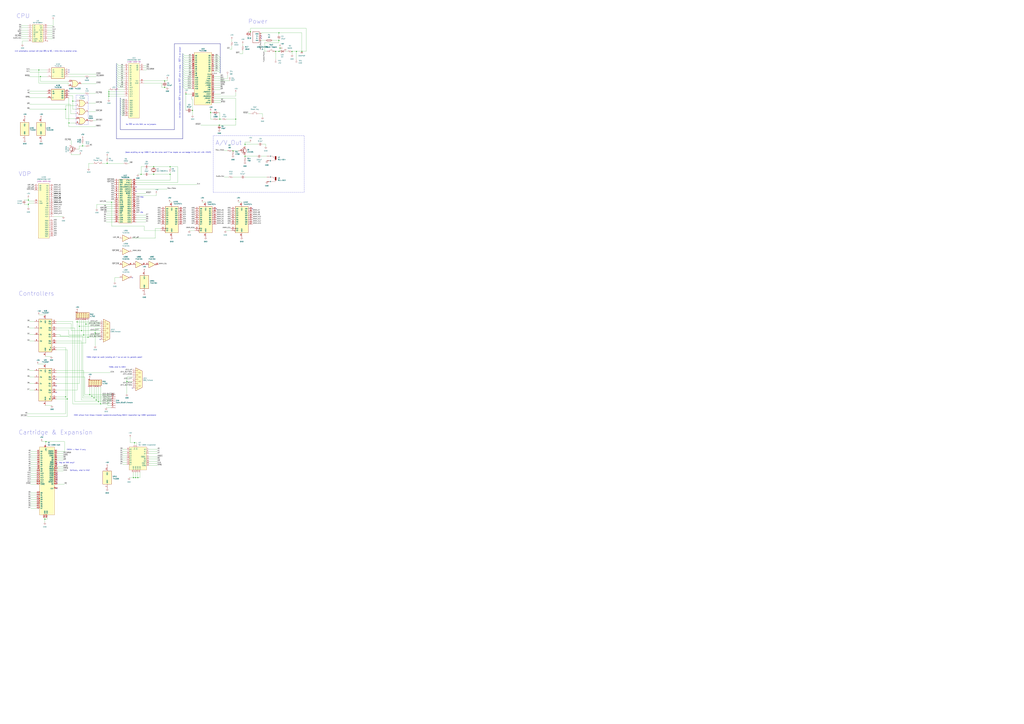
<source format=kicad_sch>
(kicad_sch (version 20211123) (generator eeschema)
  (paper "A0")
  (junction (at 323.85 59.69))
  (junction (at 104.14 458.47))
  (junction (at 178.435 193.675))
  (junction (at 284.48 181.61))
  (junction (at 97.155 389.255))
  (junction (at 129.54 234.95))
  (junction (at 33.02 232.41))
  (junction (at 110.49 386.715))
  (junction (at 154.94 554.99))
  (junction (at 273.685 138.43))
  (junction (at 99.695 376.555))
  (junction (at 197.485 193.675))
  (junction (at 114.3 466.725))
  (junction (at 270.51 175.26))
  (junction (at 350.52 59.69))
  (junction (at 92.075 379.095))
  (junction (at 76.2 461.01))
  (junction (at 33.02 237.49))
  (junction (at 46.99 88.9))
  (junction (at 284.48 167.64))
  (junction (at 84.455 117.475))
  (junction (at 89.535 374.015))
  (junction (at 126.365 106.68))
  (junction (at 290.83 36.83))
  (junction (at 191.135 101.6))
  (junction (at 76.2 127))
  (junction (at 344.17 59.69))
  (junction (at 53.34 513.08))
  (junction (at 223.52 128.27))
  (junction (at 339.09 59.69))
  (junction (at 126.365 111.76))
  (junction (at 78.105 463.55))
  (junction (at 254.635 145.415))
  (junction (at 80.01 142.875))
  (junction (at 255.27 138.43))
  (junction (at 160.02 554.99))
  (junction (at 94.615 384.175))
  (junction (at 156.21 514.35))
  (junction (at 109.22 462.28))
  (junction (at 106.68 460.375))
  (junction (at 126.365 109.22))
  (junction (at 320.04 59.69))
  (junction (at 163.83 202.565))
  (junction (at 325.12 55.88))
  (junction (at 116.84 469.265))
  (junction (at 95.885 169.545))
  (junction (at 244.475 130.81))
  (junction (at 147.32 443.23))
  (junction (at 45.085 81.28))
  (junction (at 323.85 46.99))
  (junction (at 52.07 603.25))
  (junction (at 102.235 391.795))
  (junction (at 191.135 93.98))
  (junction (at 197.485 202.565))
  (junction (at 124.46 189.865))
  (junction (at 178.435 202.565))
  (junction (at 111.76 464.82))
  (junction (at 323.85 38.1))
  (junction (at 215.9 109.22))
  (junction (at 157.48 554.99))
  (no_connect (at 66.04 567.69))
  (no_connect (at 80.01 81.28))
  (no_connect (at 153.67 450.85))
  (no_connect (at 65.405 448.31))
  (no_connect (at 80.01 106.045))
  (no_connect (at 158.115 222.25))
  (no_connect (at 158.115 217.17))
  (no_connect (at 66.04 549.91))
  (no_connect (at 66.04 560.07))
  (no_connect (at 66.04 552.45))
  (no_connect (at 66.04 554.99))
  (no_connect (at 66.04 557.53))
  (no_connect (at 116.205 394.335))
  (no_connect (at 80.01 83.82))
  (no_connect (at 66.04 537.21))
  (no_connect (at 66.04 539.75))
  (no_connect (at 293.37 242.57))
  (no_connect (at 251.46 242.57))
  (no_connect (at 303.53 41.91))
  (no_connect (at 303.53 44.45))
  (no_connect (at 65.405 455.93))
  (no_connect (at 248.285 106.68))
  (no_connect (at 65.405 440.69))
  (no_connect (at 153.67 322.58))
  (bus_entry (at 212.09 62.23) (size 2.54 2.54))
  (bus_entry (at 135.255 99.06) (size 2.54 2.54))
  (bus_entry (at 212.09 95.25) (size 2.54 2.54))
  (bus_entry (at 253.365 74.93) (size 2.54 2.54))
  (bus_entry (at 212.09 97.79) (size 2.54 2.54))
  (bus_entry (at 135.255 91.44) (size 2.54 2.54))
  (bus_entry (at 139.7 114.3) (size 2.54 2.54))
  (bus_entry (at 135.255 88.9) (size 2.54 2.54))
  (bus_entry (at 212.09 87.63) (size 2.54 2.54))
  (bus_entry (at 212.09 67.31) (size 2.54 2.54))
  (bus_entry (at 135.255 86.36) (size 2.54 2.54))
  (bus_entry (at 139.7 124.46) (size 2.54 2.54))
  (bus_entry (at 212.09 77.47) (size 2.54 2.54))
  (bus_entry (at 139.7 129.54) (size 2.54 2.54))
  (bus_entry (at 139.7 121.92) (size 2.54 2.54))
  (bus_entry (at 212.09 85.09) (size 2.54 2.54))
  (bus_entry (at 135.255 76.2) (size 2.54 2.54))
  (bus_entry (at 253.365 64.77) (size 2.54 2.54))
  (bus_entry (at 253.365 80.01) (size 2.54 2.54))
  (bus_entry (at 212.09 72.39) (size 2.54 2.54))
  (bus_entry (at 253.365 72.39) (size 2.54 2.54))
  (bus_entry (at 212.09 74.93) (size 2.54 2.54))
  (bus_entry (at 135.255 93.98) (size 2.54 2.54))
  (bus_entry (at 253.365 69.85) (size 2.54 2.54))
  (bus_entry (at 212.09 90.17) (size 2.54 2.54))
  (bus_entry (at 135.255 83.82) (size 2.54 2.54))
  (bus_entry (at 139.7 132.08) (size 2.54 2.54))
  (bus_entry (at 212.09 92.71) (size 2.54 2.54))
  (bus_entry (at 135.255 73.66) (size 2.54 2.54))
  (bus_entry (at 212.09 82.55) (size 2.54 2.54))
  (bus_entry (at 139.7 116.84) (size 2.54 2.54))
  (bus_entry (at 212.09 64.77) (size 2.54 2.54))
  (bus_entry (at 135.255 78.74) (size 2.54 2.54))
  (bus_entry (at 135.255 96.52) (size 2.54 2.54))
  (bus_entry (at 212.09 80.01) (size 2.54 2.54))
  (bus_entry (at 212.09 100.33) (size 2.54 2.54))
  (bus_entry (at 212.09 69.85) (size 2.54 2.54))
  (bus_entry (at 253.365 67.31) (size 2.54 2.54))
  (bus_entry (at 253.365 77.47) (size 2.54 2.54))
  (bus_entry (at 139.7 119.38) (size 2.54 2.54))
  (bus_entry (at 253.365 82.55) (size 2.54 2.54))
  (bus_entry (at 135.255 81.28) (size 2.54 2.54))
  (bus_entry (at 139.7 127) (size 2.54 2.54))
  (wire (pts (xy 24.765 45.085) (xy 32.385 45.085)))
  (bus (pts (xy 139.7 127) (xy 139.7 129.54)))
  (wire (pts (xy 248.285 91.44) (xy 264.16 91.44)))
  (wire (pts (xy 157.48 548.64) (xy 157.48 554.99)))
  (wire (pts (xy 126.365 104.14) (xy 127 104.14)))
  (wire (pts (xy 169.545 224.79) (xy 158.115 224.79)))
  (wire (pts (xy 248.285 67.31) (xy 253.365 67.31)))
  (bus (pts (xy 255.905 82.55) (xy 255.905 85.09)))
  (wire (pts (xy 350.52 38.1) (xy 350.52 59.69)))
  (wire (pts (xy 98.425 108.585) (xy 80.01 108.585)))
  (wire (pts (xy 65.405 463.55) (xy 78.105 463.55)))
  (wire (pts (xy 147.32 443.23) (xy 147.32 457.835)))
  (wire (pts (xy 53.34 513.08) (xy 74.93 513.08)))
  (wire (pts (xy 35.56 539.75) (xy 43.18 539.75)))
  (wire (pts (xy 35.56 588.01) (xy 43.18 588.01)))
  (bus (pts (xy 255.905 50.8) (xy 255.905 67.31)))
  (wire (pts (xy 308.61 167.64) (xy 304.8 167.64)))
  (wire (pts (xy 110.49 381.635) (xy 110.49 386.715)))
  (wire (pts (xy 303.53 181.61) (xy 309.88 181.61)))
  (wire (pts (xy 156.21 514.35) (xy 156.21 516.89)))
  (wire (pts (xy 303.53 38.1) (xy 303.53 39.37)))
  (wire (pts (xy 27.94 232.41) (xy 33.02 232.41)))
  (wire (pts (xy 35.56 549.91) (xy 43.18 549.91)))
  (wire (pts (xy 248.285 64.77) (xy 253.365 64.77)))
  (wire (pts (xy 99.695 376.555) (xy 99.695 398.78)))
  (wire (pts (xy 35.56 557.53) (xy 43.18 557.53)))
  (wire (pts (xy 142.24 539.75) (xy 147.32 539.75)))
  (wire (pts (xy 24.765 37.465) (xy 32.385 37.465)))
  (wire (pts (xy 284.48 165.1) (xy 284.48 167.64)))
  (wire (pts (xy 163.83 202.565) (xy 163.83 193.675)))
  (wire (pts (xy 111.125 147.32) (xy 80.01 147.32)))
  (wire (pts (xy 270.51 205.74) (xy 279.4 205.74)))
  (wire (pts (xy 84.455 373.38) (xy 84.455 469.265)))
  (polyline (pts (xy 88.265 110.49) (xy 88.265 144.78)))
  (bus (pts (xy 212.09 95.25) (xy 212.09 97.79)))
  (wire (pts (xy 304.8 132.08) (xy 304.8 135.89)))
  (wire (pts (xy 137.795 88.9) (xy 144.145 88.9)))
  (bus (pts (xy 139.7 113.665) (xy 139.7 114.3)))
  (wire (pts (xy 206.375 212.09) (xy 158.115 212.09)))
  (wire (pts (xy 69.85 388.62) (xy 69.85 390.525)))
  (wire (pts (xy 255.905 101.6) (xy 248.285 101.6)))
  (wire (pts (xy 219.71 267.97) (xy 226.06 267.97)))
  (bus (pts (xy 255.905 50.8) (xy 202.565 50.8)))
  (wire (pts (xy 147.32 438.15) (xy 147.32 443.23)))
  (wire (pts (xy 111.125 140.335) (xy 107.95 140.335)))
  (wire (pts (xy 142.24 527.05) (xy 147.32 527.05)))
  (wire (pts (xy 114.3 449.58) (xy 114.3 466.725)))
  (wire (pts (xy 111.76 464.82) (xy 125.095 464.82)))
  (bus (pts (xy 212.09 69.85) (xy 212.09 72.39)))
  (wire (pts (xy 34.29 438.15) (xy 40.005 438.15)))
  (wire (pts (xy 284.48 181.61) (xy 284.48 180.34)))
  (wire (pts (xy 246.38 130.81) (xy 244.475 130.81)))
  (wire (pts (xy 80.01 391.795) (xy 80.01 391.16)))
  (wire (pts (xy 116.205 381.635) (xy 110.49 381.635)))
  (bus (pts (xy 139.7 132.08) (xy 139.7 150.495)))
  (wire (pts (xy 144.145 91.44) (xy 137.795 91.44)))
  (wire (pts (xy 24.765 34.925) (xy 32.385 34.925)))
  (wire (pts (xy 158.115 219.71) (xy 194.31 219.71)))
  (wire (pts (xy 320.04 59.69) (xy 320.04 68.58)))
  (wire (pts (xy 97.155 460.375) (xy 106.68 460.375)))
  (wire (pts (xy 144.145 132.08) (xy 142.24 132.08)))
  (wire (pts (xy 234.95 234.95) (xy 238.76 234.95)))
  (wire (pts (xy 260.35 175.26) (xy 264.16 175.26)))
  (wire (pts (xy 65.405 438.15) (xy 98.425 438.15)))
  (wire (pts (xy 34.29 127) (xy 76.2 127)))
  (wire (pts (xy 111.76 86.36) (xy 80.01 86.36)))
  (wire (pts (xy 254 130.81) (xy 255.27 130.81)))
  (wire (pts (xy 222.885 80.01) (xy 214.63 80.01)))
  (wire (pts (xy 95.885 390.525) (xy 95.885 462.28)))
  (wire (pts (xy 31.75 483.87) (xy 78.105 483.87)))
  (wire (pts (xy 187.96 101.6) (xy 187.96 96.52)))
  (wire (pts (xy 142.24 127) (xy 144.145 127)))
  (bus (pts (xy 212.09 92.71) (xy 212.09 95.25)))
  (wire (pts (xy 222.885 90.17) (xy 214.63 90.17)))
  (wire (pts (xy 323.85 38.1) (xy 303.53 38.1)))
  (bus (pts (xy 135.255 83.82) (xy 135.255 86.36)))
  (bus (pts (xy 139.7 119.38) (xy 139.7 121.92)))
  (wire (pts (xy 180.34 265.43) (xy 186.69 265.43)))
  (wire (pts (xy 248.285 82.55) (xy 253.365 82.55)))
  (wire (pts (xy 116.205 389.255) (xy 97.155 389.255)))
  (wire (pts (xy 34.29 430.53) (xy 40.005 430.53)))
  (bus (pts (xy 135.255 96.52) (xy 135.255 99.06)))
  (wire (pts (xy 109.22 449.58) (xy 109.22 462.28)))
  (wire (pts (xy 45.085 365.76) (xy 52.705 365.76)))
  (wire (pts (xy 128.27 433.07) (xy 65.405 433.07)))
  (wire (pts (xy 244.475 138.43) (xy 247.65 138.43)))
  (wire (pts (xy 35.56 585.47) (xy 43.18 585.47)))
  (wire (pts (xy 104.14 458.47) (xy 128.905 458.47)))
  (bus (pts (xy 212.09 87.63) (xy 212.09 90.17)))
  (wire (pts (xy 66.04 532.13) (xy 73.66 532.13)))
  (wire (pts (xy 181.61 224.79) (xy 181.61 227.33)))
  (wire (pts (xy 65.405 381) (xy 86.995 381)))
  (wire (pts (xy 24.765 42.545) (xy 32.385 42.545)))
  (wire (pts (xy 149.86 554.99) (xy 154.94 554.99)))
  (wire (pts (xy 46.99 88.9) (xy 46.99 94.615)))
  (wire (pts (xy 197.485 193.675) (xy 178.435 193.675)))
  (wire (pts (xy 35.56 572.77) (xy 43.18 572.77)))
  (wire (pts (xy 214.63 97.79) (xy 222.885 97.79)))
  (bus (pts (xy 135.255 86.36) (xy 135.255 88.9)))
  (wire (pts (xy 84.455 127) (xy 84.455 117.475)))
  (wire (pts (xy 66.04 524.51) (xy 74.93 524.51)))
  (wire (pts (xy 76.2 480.695) (xy 76.2 461.01)))
  (wire (pts (xy 65.405 375.92) (xy 82.55 375.92)))
  (wire (pts (xy 66.04 547.37) (xy 73.66 547.37)))
  (wire (pts (xy 52.07 603.25) (xy 54.61 603.25)))
  (wire (pts (xy 300.99 132.08) (xy 304.8 132.08)))
  (wire (pts (xy 156.21 514.35) (xy 158.75 514.35)))
  (wire (pts (xy 144.145 86.36) (xy 137.795 86.36)))
  (bus (pts (xy 212.09 74.93) (xy 212.09 77.47)))
  (wire (pts (xy 142.24 124.46) (xy 144.145 124.46)))
  (wire (pts (xy 76.2 122.555) (xy 87.63 122.555)))
  (wire (pts (xy 284.48 167.64) (xy 299.72 167.64)))
  (wire (pts (xy 80.01 391.16) (xy 65.405 391.16)))
  (wire (pts (xy 248.285 72.39) (xy 253.365 72.39)))
  (wire (pts (xy 223.52 115.57) (xy 222.885 115.57)))
  (wire (pts (xy 61.595 22.86) (xy 61.595 29.845)))
  (wire (pts (xy 167.005 81.28) (xy 170.18 81.28)))
  (wire (pts (xy 223.52 115.57) (xy 223.52 128.27)))
  (wire (pts (xy 92.075 169.545) (xy 92.075 173.355)))
  (wire (pts (xy 256.54 116.84) (xy 248.285 116.84)))
  (wire (pts (xy 54.61 603.25) (xy 54.61 600.71)))
  (wire (pts (xy 196.85 234.95) (xy 199.39 234.95)))
  (wire (pts (xy 34.29 381) (xy 40.005 381)))
  (wire (pts (xy 98.425 438.15) (xy 98.425 458.47)))
  (wire (pts (xy 35.56 542.29) (xy 43.18 542.29)))
  (bus (pts (xy 212.09 100.33) (xy 212.09 161.29)))
  (wire (pts (xy 33.02 232.41) (xy 33.02 229.87)))
  (wire (pts (xy 99.695 376.555) (xy 99.695 371.475)))
  (wire (pts (xy 60.96 42.545) (xy 55.245 42.545)))
  (wire (pts (xy 158.115 214.63) (xy 228.6 214.63)))
  (wire (pts (xy 281.94 58.42) (xy 281.94 62.23)))
  (wire (pts (xy 66.04 542.29) (xy 73.66 542.29)))
  (polyline (pts (xy 247.65 223.52) (xy 353.06 223.52)))
  (polyline (pts (xy 88.265 144.78) (xy 102.235 144.78)))
  (wire (pts (xy 35.56 527.05) (xy 43.18 527.05)))
  (wire (pts (xy 350.52 59.69) (xy 344.17 59.69)))
  (wire (pts (xy 169.545 255.27) (xy 158.115 255.27)))
  (wire (pts (xy 95.885 462.28) (xy 109.22 462.28)))
  (wire (pts (xy 116.205 376.555) (xy 99.695 376.555)))
  (wire (pts (xy 222.885 92.71) (xy 214.63 92.71)))
  (wire (pts (xy 320.04 59.69) (xy 323.85 59.69)))
  (wire (pts (xy 255.905 88.9) (xy 248.285 88.9)))
  (wire (pts (xy 133.35 322.58) (xy 138.43 322.58)))
  (wire (pts (xy 323.85 59.69) (xy 325.12 59.69)))
  (wire (pts (xy 35.56 552.45) (xy 43.18 552.45)))
  (wire (pts (xy 116.84 449.58) (xy 116.84 469.265)))
  (wire (pts (xy 172.72 530.86) (xy 182.88 530.86)))
  (wire (pts (xy 123.19 257.81) (xy 132.715 257.81)))
  (wire (pts (xy 24.765 29.845) (xy 32.385 29.845)))
  (wire (pts (xy 142.24 534.67) (xy 147.32 534.67)))
  (wire (pts (xy 86.995 466.725) (xy 114.3 466.725)))
  (wire (pts (xy 325.12 55.88) (xy 325.12 59.69)))
  (wire (pts (xy 273.685 138.43) (xy 273.685 145.415)))
  (wire (pts (xy 197.485 193.675) (xy 206.375 193.675)))
  (wire (pts (xy 323.85 38.1) (xy 350.52 38.1)))
  (wire (pts (xy 80.01 389.255) (xy 80.01 383.54)))
  (wire (pts (xy 125.095 460.375) (xy 125.095 461.01)))
  (wire (pts (xy 98.425 458.47) (xy 104.14 458.47)))
  (wire (pts (xy 94.615 384.175) (xy 82.55 384.175)))
  (wire (pts (xy 111.76 97.155) (xy 94.615 97.155)))
  (wire (pts (xy 92.075 379.095) (xy 92.075 371.475)))
  (wire (pts (xy 80.01 111.125) (xy 84.455 111.125)))
  (wire (pts (xy 76.2 461.01) (xy 76.2 403.86)))
  (wire (pts (xy 106.68 449.58) (xy 106.68 460.375)))
  (wire (pts (xy 266.7 93.98) (xy 248.285 93.98)))
  (polyline (pts (xy 247.65 157.48) (xy 247.65 162.56)))
  (wire (pts (xy 133.35 327.66) (xy 133.35 322.58)))
  (wire (pts (xy 278.13 62.23) (xy 281.94 62.23)))
  (wire (pts (xy 222.885 87.63) (xy 214.63 87.63)))
  (bus (pts (xy 135.255 93.98) (xy 135.255 96.52)))
  (wire (pts (xy 65.405 430.53) (xy 97.155 430.53)))
  (bus (pts (xy 255.905 69.85) (xy 255.905 72.39)))
  (wire (pts (xy 255.27 138.43) (xy 252.73 138.43)))
  (wire (pts (xy 222.885 77.47) (xy 214.63 77.47)))
  (wire (pts (xy 97.155 430.53) (xy 97.155 460.375)))
  (wire (pts (xy 60.96 37.465) (xy 55.245 37.465)))
  (wire (pts (xy 79.375 99.695) (xy 79.375 96.52)))
  (wire (pts (xy 35.56 580.39) (xy 43.18 580.39)))
  (wire (pts (xy 151.13 508) (xy 151.13 514.35)))
  (wire (pts (xy 84.455 117.475) (xy 87.63 117.475)))
  (wire (pts (xy 109.22 462.28) (xy 125.095 462.28)))
  (bus (pts (xy 255.905 80.01) (xy 255.905 82.55)))
  (bus (pts (xy 202.565 150.495) (xy 139.7 150.495)))
  (wire (pts (xy 222.885 85.09) (xy 214.63 85.09)))
  (wire (pts (xy 102.87 189.865) (xy 108.585 189.865)))
  (wire (pts (xy 222.885 69.85) (xy 214.63 69.85)))
  (bus (pts (xy 202.565 50.8) (xy 202.565 150.495)))
  (wire (pts (xy 222.885 64.77) (xy 214.63 64.77)))
  (wire (pts (xy 125.095 469.265) (xy 125.095 471.17)))
  (wire (pts (xy 290.83 165.1) (xy 284.48 165.1)))
  (bus (pts (xy 255.905 72.39) (xy 255.905 74.93)))
  (wire (pts (xy 80.01 142.875) (xy 87.63 142.875)))
  (wire (pts (xy 325.12 54.61) (xy 325.12 55.88)))
  (bus (pts (xy 139.7 129.54) (xy 139.7 132.08)))
  (wire (pts (xy 260.35 205.74) (xy 265.43 205.74)))
  (bus (pts (xy 255.905 77.47) (xy 255.905 80.01)))
  (wire (pts (xy 244.475 128.905) (xy 244.475 130.81)))
  (wire (pts (xy 172.72 524.51) (xy 182.88 524.51)))
  (wire (pts (xy 276.86 234.95) (xy 280.67 234.95)))
  (wire (pts (xy 84.455 469.265) (xy 116.84 469.265)))
  (wire (pts (xy 142.24 116.84) (xy 144.145 116.84)))
  (wire (pts (xy 197.485 209.55) (xy 197.485 202.565)))
  (wire (pts (xy 112.395 242.57) (xy 112.395 237.49)))
  (wire (pts (xy 102.235 391.795) (xy 80.01 391.795)))
  (wire (pts (xy 290.83 33.02) (xy 355.6 33.02)))
  (wire (pts (xy 82.55 384.175) (xy 82.55 375.92)))
  (wire (pts (xy 111.125 120.015) (xy 102.87 120.015)))
  (wire (pts (xy 94.615 396.24) (xy 94.615 464.82)))
  (wire (pts (xy 34.29 108.585) (xy 54.61 108.585)))
  (wire (pts (xy 35.56 547.37) (xy 43.18 547.37)))
  (wire (pts (xy 191.135 101.6) (xy 187.96 101.6)))
  (bus (pts (xy 135.255 81.28) (xy 135.255 83.82)))
  (wire (pts (xy 26.035 51.435) (xy 26.035 47.625)))
  (wire (pts (xy 66.04 534.67) (xy 73.66 534.67)))
  (bus (pts (xy 212.09 80.01) (xy 212.09 82.55)))
  (wire (pts (xy 60.96 40.005) (xy 55.245 40.005)))
  (bus (pts (xy 135.255 91.44) (xy 135.255 93.98)))
  (wire (pts (xy 35.56 560.07) (xy 43.18 560.07)))
  (bus (pts (xy 135.255 76.2) (xy 135.255 78.74)))
  (wire (pts (xy 60.325 471.17) (xy 52.705 471.17)))
  (wire (pts (xy 132.715 250.19) (xy 123.19 250.19)))
  (wire (pts (xy 35.56 537.21) (xy 43.18 537.21)))
  (wire (pts (xy 106.68 460.375) (xy 125.095 460.375)))
  (wire (pts (xy 34.29 83.82) (xy 54.61 83.82)))
  (bus (pts (xy 212.09 67.31) (xy 212.09 69.85)))
  (wire (pts (xy 111.125 129.54) (xy 102.87 129.54)))
  (wire (pts (xy 123.825 247.65) (xy 132.715 247.65)))
  (wire (pts (xy 33.02 236.22) (xy 39.37 236.22)))
  (wire (pts (xy 170.18 76.2) (xy 167.005 76.2)))
  (wire (pts (xy 331.47 59.69) (xy 334.01 59.69)))
  (wire (pts (xy 142.24 529.59) (xy 147.32 529.59)))
  (wire (pts (xy 355.6 59.69) (xy 350.52 59.69)))
  (wire (pts (xy 214.63 102.87) (xy 222.885 102.87)))
  (wire (pts (xy 66.04 529.59) (xy 73.66 529.59)))
  (bus (pts (xy 212.09 77.47) (xy 212.09 80.01)))
  (wire (pts (xy 281.94 50.8) (xy 281.94 53.34)))
  (wire (pts (xy 142.24 129.54) (xy 144.145 129.54)))
  (bus (pts (xy 139.7 124.46) (xy 139.7 127)))
  (wire (pts (xy 158.75 514.35) (xy 158.75 516.89)))
  (wire (pts (xy 65.405 396.24) (xy 94.615 396.24)))
  (wire (pts (xy 74.93 513.08) (xy 74.93 524.51)))
  (wire (pts (xy 123.19 473.71) (xy 128.905 473.71)))
  (wire (pts (xy 323.85 46.99) (xy 316.23 46.99)))
  (wire (pts (xy 125.095 468.63) (xy 128.905 468.63)))
  (wire (pts (xy 97.155 389.255) (xy 80.01 389.255)))
  (wire (pts (xy 59.69 414.02) (xy 52.705 414.02)))
  (wire (pts (xy 129.54 234.95) (xy 132.715 234.95)))
  (wire (pts (xy 126.365 106.68) (xy 144.145 106.68)))
  (bus (pts (xy 212.09 97.79) (xy 212.09 100.33)))
  (wire (pts (xy 126.365 111.76) (xy 126.365 115.57)))
  (bus (pts (xy 212.09 82.55) (xy 212.09 85.09)))
  (wire (pts (xy 256.54 119.38) (xy 248.285 119.38)))
  (wire (pts (xy 53.34 513.08) (xy 53.34 516.89)))
  (wire (pts (xy 284.48 205.74) (xy 309.88 205.74)))
  (wire (pts (xy 197.485 202.565) (xy 178.435 202.565)))
  (wire (pts (xy 255.27 130.81) (xy 255.27 138.43)))
  (wire (pts (xy 144.145 96.52) (xy 137.795 96.52)))
  (wire (pts (xy 35.56 590.55) (xy 43.18 590.55)))
  (wire (pts (xy 24.765 40.005) (xy 32.385 40.005)))
  (wire (pts (xy 118.745 189.865) (xy 124.46 189.865)))
  (wire (pts (xy 167.005 93.98) (xy 191.135 93.98)))
  (wire (pts (xy 222.885 109.22) (xy 215.9 109.22)))
  (wire (pts (xy 191.135 93.98) (xy 194.31 93.98)))
  (wire (pts (xy 123.19 240.03) (xy 132.715 240.03)))
  (wire (pts (xy 66.04 544.83) (xy 73.66 544.83)))
  (polyline (pts (xy 353.06 223.52) (xy 353.06 157.48)))
  (wire (pts (xy 172.72 533.4) (xy 182.88 533.4)))
  (wire (pts (xy 197.485 194.945) (xy 197.485 193.675)))
  (wire (pts (xy 308.61 170.18) (xy 308.61 167.64)))
  (wire (pts (xy 142.24 537.21) (xy 147.32 537.21)))
  (wire (pts (xy 46.99 88.9) (xy 54.61 88.9)))
  (wire (pts (xy 35.56 562.61) (xy 43.18 562.61)))
  (wire (pts (xy 269.24 175.26) (xy 270.51 175.26)))
  (wire (pts (xy 125.095 461.01) (xy 128.905 461.01)))
  (wire (pts (xy 154.94 548.64) (xy 154.94 554.99)))
  (wire (pts (xy 78.105 406.4) (xy 65.405 406.4)))
  (wire (pts (xy 102.235 391.795) (xy 102.235 371.475)))
  (wire (pts (xy 142.24 524.51) (xy 147.32 524.51)))
  (wire (pts (xy 34.29 396.24) (xy 40.005 396.24)))
  (wire (pts (xy 126.365 111.76) (xy 144.145 111.76)))
  (wire (pts (xy 129.54 234.95) (xy 129.54 262.89)))
  (wire (pts (xy 157.48 554.99) (xy 160.02 554.99)))
  (wire (pts (xy 34.29 453.39) (xy 40.005 453.39)))
  (wire (pts (xy 142.24 134.62) (xy 144.145 134.62)))
  (wire (pts (xy 137.795 83.82) (xy 144.145 83.82)))
  (wire (pts (xy 172.72 527.05) (xy 182.88 527.05)))
  (wire (pts (xy 39.37 233.68) (xy 33.02 233.68)))
  (wire (pts (xy 125.095 466.725) (xy 125.095 468.63)))
  (wire (pts (xy 181.61 227.33) (xy 158.115 227.33)))
  (wire (pts (xy 45.085 81.28) (xy 54.61 81.28)))
  (wire (pts (xy 160.02 548.64) (xy 160.02 554.99)))
  (wire (pts (xy 111.125 108.585) (xy 103.505 108.585)))
  (wire (pts (xy 151.13 514.35) (xy 156.21 514.35)))
  (wire (pts (xy 34.29 88.9) (xy 46.99 88.9)))
  (wire (pts (xy 222.885 67.31) (xy 214.63 67.31)))
  (wire (pts (xy 125.095 466.09) (xy 128.905 466.09)))
  (wire (pts (xy 89.535 453.39) (xy 65.405 453.39)))
  (wire (pts (xy 355.6 33.02) (xy 355.6 59.69)))
  (wire (pts (xy 34.29 113.665) (xy 54.61 113.665)))
  (wire (pts (xy 76.2 127) (xy 76.2 137.795)))
  (wire (pts (xy 153.67 276.86) (xy 180.34 276.86)))
  (wire (pts (xy 24.765 32.385) (xy 32.385 32.385)))
  (wire (pts (xy 288.29 36.83) (xy 290.83 36.83)))
  (wire (pts (xy 144.145 76.2) (xy 137.795 76.2)))
  (wire (pts (xy 178.435 193.675) (xy 172.72 193.675)))
  (wire (pts (xy 144.145 119.38) (xy 142.24 119.38)))
  (wire (pts (xy 273.685 145.415) (xy 254.635 145.415)))
  (wire (pts (xy 158.115 209.55) (xy 197.485 209.55)))
  (wire (pts (xy 257.81 138.43) (xy 255.27 138.43)))
  (wire (pts (xy 307.34 49.53) (xy 307.34 59.69)))
  (wire (pts (xy 303.53 46.99) (xy 308.61 46.99)))
  (wire (pts (xy 172.72 521.97) (xy 182.88 521.97)))
  (wire (pts (xy 33.02 233.68) (xy 33.02 232.41)))
  (wire (pts (xy 87.63 127) (xy 84.455 127)))
  (wire (pts (xy 255.905 96.52) (xy 248.285 96.52)))
  (bus (pts (xy 212.09 72.39) (xy 212.09 74.93)))
  (wire (pts (xy 82.55 163.195) (xy 82.55 168.275)))
  (wire (pts (xy 214.63 100.33) (xy 222.885 100.33)))
  (wire (pts (xy 31.75 480.695) (xy 76.2 480.695)))
  (wire (pts (xy 125.095 464.82) (xy 125.095 466.09)))
  (wire (pts (xy 142.24 521.97) (xy 147.32 521.97)))
  (bus (pts (xy 135.255 78.74) (xy 135.255 81.28)))
  (wire (pts (xy 92.075 445.77) (xy 65.405 445.77)))
  (wire (pts (xy 35.56 554.99) (xy 43.18 554.99)))
  (wire (pts (xy 35.56 577.85) (xy 43.18 577.85)))
  (wire (pts (xy 66.04 527.05) (xy 73.66 527.05)))
  (wire (pts (xy 35.56 575.31) (xy 43.18 575.31)))
  (wire (pts (xy 45.085 96.52) (xy 45.085 81.28)))
  (wire (pts (xy 169.545 257.81) (xy 158.115 257.81)))
  (wire (pts (xy 116.205 391.795) (xy 102.235 391.795)))
  (bus (pts (xy 139.7 116.84) (xy 139.7 119.38)))
  (wire (pts (xy 153.67 443.23) (xy 147.32 443.23)))
  (wire (pts (xy 126.365 104.14) (xy 126.365 106.68)))
  (wire (pts (xy 222.885 74.93) (xy 214.63 74.93)))
  (wire (pts (xy 270.51 175.26) (xy 276.86 175.26)))
  (wire (pts (xy 194.31 101.6) (xy 191.135 101.6)))
  (bus (pts (xy 212.09 90.17) (xy 212.09 92.71)))
  (wire (pts (xy 153.67 438.15) (xy 147.32 438.15)))
  (polyline (pts (xy 353.06 157.48) (xy 247.65 157.48)))
  (wire (pts (xy 111.76 88.9) (xy 103.505 88.9)))
  (wire (pts (xy 34.29 106.045) (xy 54.61 106.045)))
  (wire (pts (xy 172.72 202.565) (xy 178.435 202.565)))
  (wire (pts (xy 66.04 562.61) (xy 74.93 562.61)))
  (wire (pts (xy 248.285 80.01) (xy 253.365 80.01)))
  (wire (pts (xy 89.535 374.015) (xy 89.535 453.39)))
  (wire (pts (xy 154.94 554.99) (xy 157.48 554.99)))
  (wire (pts (xy 264.16 87.63) (xy 264.16 91.44)))
  (wire (pts (xy 262.89 138.43) (xy 273.685 138.43)))
  (wire (pts (xy 197.485 200.025) (xy 197.485 202.565)))
  (wire (pts (xy 78.105 463.55) (xy 78.105 406.4)))
  (wire (pts (xy 273.685 111.76) (xy 248.285 111.76)))
  (wire (pts (xy 116.205 374.015) (xy 89.535 374.015)))
  (wire (pts (xy 248.285 114.3) (xy 273.685 114.3)))
  (wire (pts (xy 167.64 262.89) (xy 167.64 267.97)))
  (wire (pts (xy 163.83 193.675) (xy 167.64 193.675)))
  (wire (pts (xy 80.01 113.665) (xy 80.01 142.875)))
  (wire (pts (xy 94.615 464.82) (xy 111.76 464.82)))
  (wire (pts (xy 255.905 99.06) (xy 248.285 99.06)))
  (wire (pts (xy 298.45 181.61) (xy 284.48 181.61)))
  (wire (pts (xy 273.685 107.315) (xy 273.685 111.76)))
  (wire (pts (xy 35.56 532.13) (xy 43.18 532.13)))
  (wire (pts (xy 144.145 101.6) (xy 137.795 101.6)))
  (wire (pts (xy 61.595 29.845) (xy 55.245 29.845)))
  (wire (pts (xy 180.34 276.86) (xy 180.34 265.43)))
  (wire (pts (xy 323.85 49.53) (xy 307.34 49.53)))
  (wire (pts (xy 33.02 237.49) (xy 33.02 236.22)))
  (wire (pts (xy 222.885 115.57) (xy 222.885 111.76)))
  (polyline (pts (xy 102.235 144.78) (xy 102.235 110.49)))
  (wire (pts (xy 290.83 36.83) (xy 290.83 33.02)))
  (wire (pts (xy 92.075 173.355) (xy 90.17 173.355)))
  (wire (pts (xy 99.06 169.545) (xy 95.885 169.545)))
  (wire (pts (xy 35.56 524.51) (xy 43.18 524.51)))
  (wire (pts (xy 124.46 189.865) (xy 124.46 187.96)))
  (wire (pts (xy 142.24 121.92) (xy 144.145 121.92)))
  (wire (pts (xy 84.455 111.125) (xy 84.455 117.475)))
  (wire (pts (xy 323.85 45.72) (xy 323.85 46.99)))
  (wire (pts (xy 214.63 95.25) (xy 222.885 95.25)))
  (wire (pts (xy 111.76 449.58) (xy 111.76 464.82)))
  (wire (pts (xy 97.155 389.255) (xy 97.155 371.475)))
  (wire (pts (xy 60.96 32.385) (xy 55.245 32.385)))
  (wire (pts (xy 110.49 386.715) (xy 110.49 401.955)))
  (wire (pts (xy 94.615 384.175) (xy 94.615 371.475)))
  (wire (pts (xy 248.285 74.93) (xy 253.365 74.93)))
  (wire (pts (xy 148.59 189.865) (xy 150.495 189.865)))
  (wire (pts (xy 35.56 534.67) (xy 43.18 534.67)))
  (wire (pts (xy 339.09 59.69) (xy 339.09 63.5)))
  (wire (pts (xy 248.285 77.47) (xy 253.365 77.47)))
  (wire (pts (xy 69.85 390.525) (xy 95.885 390.525)))
  (wire (pts (xy 81.915 132.08) (xy 81.915 121.285)))
  (wire (pts (xy 123.19 252.73) (xy 132.715 252.73)))
  (wire (pts (xy 273.685 114.3) (xy 273.685 138.43)))
  (wire (pts (xy 143.51 189.865) (xy 124.46 189.865)))
  (wire (pts (xy 344.17 59.69) (xy 344.17 68.58)))
  (wire (pts (xy 99.695 398.78) (xy 65.405 398.78)))
  (wire (pts (xy 123.825 242.57) (xy 132.715 242.57)))
  (wire (pts (xy 116.205 386.715) (xy 110.49 386.715)))
  (wire (pts (xy 169.545 252.73) (xy 158.115 252.73)))
  (wire (pts (xy 65.405 373.38) (xy 84.455 373.38)))
  (wire (pts (xy 222.885 82.55) (xy 214.63 82.55)))
  (wire (pts (xy 255.905 104.14) (xy 248.285 104.14)))
  (bus (pts (xy 135.255 88.9) (xy 135.255 91.44)))
  (wire (pts (xy 78.105 483.87) (xy 78.105 463.55)))
  (wire (pts (xy 323.85 40.64) (xy 323.85 38.1)))
  (wire (pts (xy 65.405 388.62) (xy 69.85 388.62)))
  (wire (pts (xy 132.715 255.27) (xy 123.19 255.27)))
  (wire (pts (xy 160.02 202.565) (xy 163.83 202.565)))
  (wire (pts (xy 194.31 93.98) (xy 194.31 92.075)))
  (wire (pts (xy 34.29 81.28) (xy 45.085 81.28)))
  (wire (pts (xy 266.7 57.15) (xy 269.24 57.15)))
  (wire (pts (xy 160.02 554.99) (xy 162.56 554.99)))
  (wire (pts (xy 126.365 109.22) (xy 144.145 109.22)))
  (wire (pts (xy 95.885 166.37) (xy 95.885 169.545)))
  (wire (pts (xy 172.72 535.94) (xy 182.88 535.94)))
  (wire (pts (xy 34.29 388.62) (xy 40.005 388.62)))
  (bus (pts (xy 255.905 74.93) (xy 255.905 77.47)))
  (wire (pts (xy 167.64 267.97) (xy 186.69 267.97)))
  (wire (pts (xy 98.425 88.9) (xy 80.01 88.9)))
  (bus (pts (xy 139.7 121.92) (xy 139.7 124.46)))
  (wire (pts (xy 60.96 45.085) (xy 55.245 45.085)))
  (wire (pts (xy 81.915 121.285) (xy 34.29 121.285)))
  (wire (pts (xy 269.24 45.72) (xy 269.24 48.26)))
  (wire (pts (xy 35.56 544.83) (xy 43.18 544.83)))
  (wire (pts (xy 116.205 384.175) (xy 94.615 384.175)))
  (wire (pts (xy 52.07 600.71) (xy 52.07 603.25)))
  (wire (pts (xy 125.095 462.28) (xy 125.095 463.55)))
  (wire (pts (xy 33.02 241.3) (xy 33.02 237.49)))
  (wire (pts (xy 62.23 251.46) (xy 73.66 251.46)))
  (wire (pts (xy 284.48 167.64) (xy 284.48 170.18)))
  (wire (pts (xy 46.99 94.615) (xy 79.375 94.615)))
  (wire (pts (xy 114.3 466.725) (xy 125.095 466.725)))
  (wire (pts (xy 76.2 137.795) (xy 87.63 137.795)))
  (wire (pts (xy 27.94 237.49) (xy 33.02 237.49)))
  (wire (pts (xy 112.395 237.49) (xy 132.715 237.49)))
  (wire (pts (xy 43.815 422.91) (xy 52.705 422.91)))
  (wire (pts (xy 162.56 554.99) (xy 162.56 548.64)))
  (bus (pts (xy 139.7 114.3) (xy 139.7 116.84)))
  (wire (pts (xy 248.285 69.85) (xy 253.365 69.85)))
  (wire (pts (xy 65.405 461.01) (xy 76.2 461.01)))
  (wire (pts (xy 60.96 34.925) (xy 55.245 34.925)))
  (wire (pts (xy 323.85 46.99) (xy 323.85 49.53)))
  (bus (pts (xy 212.09 161.29) (xy 135.255 161.29)))
  (wire (pts (xy 26.035 47.625) (xy 32.385 47.625)))
  (wire (pts (xy 137.16 104.14) (xy 144.145 104.14)))
  (wire (pts (xy 104.14 449.58) (xy 104.14 458.47)))
  (wire (pts (xy 126.365 106.68) (xy 126.365 109.22)))
  (wire (pts (xy 87.63 132.08) (xy 81.915 132.08)))
  (wire (pts (xy 142.24 532.13) (xy 147.32 532.13)))
  (wire (pts (xy 178.435 202.565) (xy 178.435 201.295)))
  (wire (pts (xy 307.34 59.69) (xy 309.88 59.69)))
  (wire (pts (xy 93.345 179.705) (xy 82.55 179.705)))
  (wire (pts (xy 95.885 169.545) (xy 92.075 169.545)))
  (wire (pts (xy 76.2 127) (xy 76.2 122.555)))
  (wire (pts (xy 89.535 374.015) (xy 89.535 371.475)))
  (bus (pts (xy 212.09 64.77) (xy 212.09 67.31)))
  (bus (pts (xy 255.905 67.31) (xy 255.905 69.85)))
  (wire (pts (xy 76.2 403.86) (xy 65.405 403.86)))
  (wire (pts (xy 223.52 128.27) (xy 223.52 133.985)))
  (wire (pts (xy 48.26 513.08) (xy 53.34 513.08)))
  (wire (pts (xy 222.885 72.39) (xy 214.63 72.39)))
  (wire (pts (xy 129.54 262.89) (xy 167.64 262.89)))
  (wire (pts (xy 288.29 132.08) (xy 290.83 132.08)))
  (wire (pts (xy 144.145 99.06) (xy 137.795 99.06)))
  (wire (pts (xy 123.19 234.95) (xy 129.54 234.95)))
  (wire (pts (xy 284.48 181.61) (xy 284.48 182.88)))
  (wire (pts (xy 137.795 93.98) (xy 144.145 93.98)))
  (wire (pts (xy 34.29 373.38) (xy 40.005 373.38)))
  (wire (pts (xy 215.9 109.22) (xy 215.9 128.27)))
  (wire (pts (xy 269.24 53.34) (xy 269.24 57.15)))
  (wire (pts (xy 80.01 147.32) (xy 80.01 142.875)))
  (wire (pts (xy 82.55 179.705) (xy 82.55 178.435)))
  (wire (pts (xy 92.075 379.095) (xy 92.075 445.77)))
  (polyline (pts (xy 247.65 162.56) (xy 247.65 223.52)))
  (bus (pts (xy 135.255 99.06) (xy 135.255 161.29)))
  (wire (pts (xy 172.72 541.02) (xy 182.88 541.02)))
  (wire (pts (xy 102.87 195.58) (xy 102.87 189.865)))
  (wire (pts (xy 35.56 529.59) (xy 43.18 529.59)))
  (wire (pts (xy 35.56 582.93) (xy 43.18 582.93)))
  (wire (pts (xy 34.29 445.77) (xy 40.005 445.77)))
  (wire (pts (xy 116.84 469.265) (xy 125.095 469.265)))
  (bus (pts (xy 212.09 85.09) (xy 212.09 87.63)))
  (wire (pts (xy 144.145 81.28) (xy 137.795 81.28)))
  (wire (pts (xy 79.375 96.52) (xy 45.085 96.52)))
  (wire (pts (xy 125.095 463.55) (xy 128.905 463.55)))
  (wire (pts (xy 116.205 379.095) (xy 92.075 379.095)))
  (wire (pts (xy 261.62 267.97) (xy 267.97 267.97)))
  (wire (pts (xy 167.005 96.52) (xy 187.96 96.52)))
  (wire (pts (xy 169.545 250.19) (xy 158.115 250.19)))
  (wire (pts (xy 163.83 202.565) (xy 167.64 202.565)))
  (wire (pts (xy 126.365 109.22) (xy 126.365 111.76)))
  (wire (pts (xy 170.18 78.74) (xy 167.005 78.74)))
  (wire (pts (xy 124.46 181.61) (xy 124.46 182.88)))
  (wire (pts (xy 52.07 607.06) (xy 52.07 603.25)))
  (bus (pts (xy 212.09 62.23) (xy 212.09 64.77)))
  (polyline (pts (xy 102.235 110.49) (xy 88.265 110.49)))
  (wire (pts (xy 123.825 245.11) (xy 132.715 245.11)))
  (wire (pts (xy 125.095 471.17) (xy 128.905 471.17)))
  (wire (pts (xy 137.795 78.74) (xy 144.145 78.74)))
  (wire (pts (xy 80.01 383.54) (xy 65.405 383.54)))
  (wire (pts (xy 244.475 130.81) (xy 244.475 138.43)))
  (wire (pts (xy 254.635 145.415) (xy 233.045 145.415)))
  (wire (pts (xy 206.375 193.675) (xy 206.375 212.09)))
  (wire (pts (xy 344.17 59.69) (xy 339.09 59.69)))
  (wire (pts (xy 256.54 109.22) (xy 248.285 109.22)))
  (bus (pts (xy 135.255 73.66) (xy 135.255 76.2)))
  (wire (pts (xy 172.72 538.48) (xy 182.88 538.48)))
  (wire (pts (xy 86.995 381) (xy 86.995 466.725)))
  (text "Seriously, what is this?" (at 81.28 547.37 0) (effects (font (size 1.27 1.27)) (justify left bottom)))
  (text "VDP" (at 21.59 205.105 0) (effects (font (size 5.0038 5.0038)) (justify left bottom)))
  (text "Power" (at 288.29 27.94 0) (effects (font (size 5.0038 5.0038)) (justify left bottom)))
  (text "CPU" (at 19.05 21.59 0) (effects (font (size 5.0038 5.0038)) (justify left bottom)))
  (text "CSCN4 = Mark III only" (at 77.47 523.24 0) (effects (font (size 1.27 1.27)) (justify left bottom)))
  (text "No ~{CS2} on this RAM, so no jumpers" (at 146.05 145.415 0) (effects (font (size 1.27 1.27)) (justify left bottom)))
  (text "Enri schematics connect WR (not ~{WR}) to ~{WE}. I think this is another error." (at 17.145 60.325 0) (effects (font (size 1.27 1.27)) (justify left bottom)))
  (text "LSb" (at 162.56 247.65 0) (effects (font (size 1.27 1.27)) (justify left bottom)))
  (text "TODO: what is CON?" (at 126.365 427.355 0) (effects (font (size 1.27 1.27)) (justify left bottom)))
  (text "On Enri schematics, ~{WAIT} is connected to ~{HALT} which is wrong - ~{HALT} is an output" (at 209.55 137.16 90) (effects (font (size 1.27 1.27)) (justify left bottom)))
  (text "May be SMS only?" (at 68.58 538.48 0) (effects (font (size 1.27 1.27)) (justify left bottom)))
  (text "TODO: might be worth jumping pin 7 so we can try genesis pads?" (at 100.33 415.925 0) (effects (font (size 1.27 1.27)) (justify left bottom)))
  (text "CN01 pinout from https://master-system.forumactif.org/t5514-reparation-sg-1000-grandstand" (at 85.725 483.235 0) (effects (font (size 1.27 1.27)) (justify left bottom)))
  (text "Controllers" (at 21.59 344.17 0) (effects (font (size 5.0038 5.0038)) (justify left bottom)))
  (text "(does anything on sg-1000 ii use the extra ram? if so maybe we can bodge it into a11 with ~CS2?)" (at 145.415 177.8 0) (effects (font (size 1.27 1.27)) (justify left bottom)))
  (text "A/V Out" (at 250.19 168.91 0) (effects (font (size 5.0038 5.0038)) (justify left bottom)))
  (text "Cartridge & Expansion" (at 21.59 505.46 0) (effects (font (size 5.0038 5.0038)) (justify left bottom)))
  (text "MSb" (at 162.56 229.87 0) (effects (font (size 1.27 1.27)) (justify left bottom)))
  (label "Fused_Power" (at 307.34 59.69 270))
  (label "AD3" (at 226.06 250.19 180))
  (label "~{WR}" (at 170.18 76.2 0))
  (label "JOY2_DOWN" (at 104.775 379.095 0))
  (label "CON" (at 182.88 538.48 0))
  (label "D7" (at 24.765 34.925 180))
  (label "CLK" (at 248.285 86.36 0))
  (label "~{WAIT}" (at 278.13 62.23 180))
  (label "~{INT}" (at 123.825 247.65 180))
  (label "A2" (at 35.56 529.59 180))
  (label "VRAM_A0" (at 62.23 215.9 0))
  (label "A12" (at 221.615 95.25 180))
  (label "~{RESET}" (at 288.29 132.08 180))
  (label "~{VDP_WR}" (at 123.825 242.57 180))
  (label "A0" (at 142.875 76.2 180))
  (label "VD7" (at 62.23 274.32 0))
  (label "JOY1_LEFT" (at 153.67 440.69 180))
  (label "AD5" (at 186.69 255.27 180))
  (label "AD5" (at 132.715 219.71 180))
  (label "VD2" (at 212.09 247.65 0))
  (label "~{WR}" (at 24.765 40.005 180))
  (label "D6" (at 34.29 445.77 180))
  (label "~{JOY_SEL}" (at 111.125 140.335 0))
  (label "~{RFSH}" (at 256.54 119.38 0))
  (label "AD6" (at 226.06 257.81 180))
  (label "JOY1_BUTTON1" (at 153.67 433.07 180))
  (label "D6" (at 250.19 80.01 0))
  (label "D3" (at 142.24 529.59 180))
  (label "AD1" (at 186.69 245.11 180))
  (label "Raw_Video" (at 194.31 219.71 0))
  (label "AD0" (at 267.97 242.57 180))
  (label "D2" (at 34.29 388.62 180))
  (label "A7" (at 34.29 106.045 180))
  (label "VD7" (at 212.09 260.35 0))
  (label "CLK" (at 228.6 214.63 0))
  (label "D7" (at 35.56 590.55 180))
  (label "A4" (at 142.875 86.36 180))
  (label "D5" (at 250.19 77.47 0))
  (label "D3" (at 123.19 257.81 180))
  (label "D5" (at 142.24 129.54 0))
  (label "~{CS_WRAM}" (at 170.18 81.28 0))
  (label "~{VDP_WR}" (at 111.125 129.54 0))
  (label "D1" (at 142.24 524.51 180))
  (label "A0" (at 123.19 240.03 180))
  (label "A11" (at 221.615 92.71 180))
  (label "D6" (at 24.765 32.385 180))
  (label "~{WAIT}" (at 256.54 109.22 0))
  (label "A0" (at 31.75 480.695 180))
  (label "VRAM_A13" (at 293.37 260.35 0))
  (label "~{VDP_RAS}" (at 138.43 292.1 180))
  (label "~{RFSH}" (at 73.66 542.29 0))
  (label "JOY1_RIGHT" (at 153.67 445.77 180))
  (label "VRAM_A10" (at 293.37 252.73 0))
  (label "VRAM_A7" (at 293.37 245.11 0))
  (label "VD3" (at 158.115 237.49 0))
  (label "D7" (at 169.545 250.19 0))
  (label "D7" (at 142.24 539.75 180))
  (label "~{WR}" (at 182.88 535.94 0))
  (label "~{RD}" (at 182.88 533.4 0))
  (label "A1" (at 221.615 67.31 180))
  (label "D7" (at 250.19 82.55 0))
  (label "AD0" (at 226.06 242.57 180))
  (label "~{KBSEL}" (at 111.125 147.32 0))
  (label "AD6" (at 267.97 257.81 180))
  (label "D1" (at 142.24 119.38 0))
  (label "D4" (at 35.56 582.93 180))
  (label "A3" (at 35.56 532.13 180))
  (label "D2" (at 142.24 121.92 0))
  (label "D5" (at 169.545 255.27 0))
  (label "VRAM_A6" (at 251.46 260.35 0))
  (label "~{HALT}" (at 255.905 93.98 0))
  (label "~{WR}" (at 255.905 104.14 0))
  (label "JOY2_UP" (at 104.775 374.015 0))
  (label "A2" (at 142.875 81.28 180))
  (label "VRAM_A12" (at 62.23 236.22 0) (effects (font (thickness 0.254) bold)))
  (label "AD5" (at 267.97 255.27 180))
  (label "A1" (at 35.56 527.05 180))
  (label "A13" (at 221.615 97.79 180))
  (label "AD6" (at 186.69 257.81 180))
  (label "A14" (at 35.56 560.07 180))
  (label "D4" (at 250.19 74.93 0))
  (label "A10" (at 221.615 90.17 180))
  (label "A12" (at 35.56 554.99 180))
  (label "~{WR}" (at 34.29 121.285 180))
  (label "~{VDP_CAS}" (at 138.43 307.34 180))
  (label "~{IORQ}" (at 34.29 113.665 180))
  (label "A11" (at 35.56 552.45 180))
  (label "Raw_Video" (at 260.35 175.26 180))
  (label "JOY1_UP" (at 153.67 430.53 180))
  (label "VD4" (at 212.09 252.73 0))
  (label "VD3" (at 212.09 250.19 0))
  (label "AD4" (at 132.715 222.25 180))
  (label "A13" (at 35.56 557.53 180))
  (label "D0" (at 142.24 116.84 0))
  (label "VRAM_A4" (at 251.46 255.27 0))
  (label "D4" (at 60.96 32.385 0))
  (label "~{INT}" (at 266.7 57.15 180))
  (label "JOY1_BUTTON1" (at 118.745 460.375 0))
  (label "A0" (at 182.88 521.97 0))
  (label "JOY2_BUTTON2" (at 103.505 391.795 0))
  (label "~{M1}" (at 74.93 562.61 0))
  (label "VRAM_COL" (at 267.97 265.43 180))
  (label "D2" (at 35.56 577.85 180))
  (label "A14" (at 221.615 100.33 180))
  (label "~{CS_WRAM}" (at 111.76 88.9 0))
  (label "A1" (at 142.875 78.74 180))
  (label "D2" (at 142.24 527.05 180))
  (label "D5" (at 35.56 585.47 180))
  (label "D0" (at 250.19 64.77 0))
  (label "A5" (at 142.875 88.9 180))
  (label "D6" (at 169.545 252.73 0))
  (label "~{M1}" (at 256.54 116.84 0))
  (label "D0" (at 142.24 521.97 180))
  (label "AD1" (at 267.97 245.11 180))
  (label "~{RD}" (at 73.66 532.13 0))
  (label "D4" (at 142.24 127 0))
  (label "~{EXM2}" (at 35.56 562.61 180))
  (label "AD3" (at 132.715 224.79 180))
  (label "D4" (at 169.545 257.81 0))
  (label "VRAM_A11" (at 62.23 246.38 0))
  (label "D1" (at 34.29 381 180))
  (label "VDP_R~{W}" (at 39.37 215.9 180))
  (label "VRAM_A8" (at 293.37 247.65 0))
  (label "A7" (at 142.875 93.98 180))
  (label "VRAM_A10" (at 62.23 238.76 0))
  (label "VRAM_A1" (at 251.46 247.65 0))
  (label "AD0" (at 132.715 232.41 180))
  (label "VD0" (at 62.23 256.54 0))
  (label "VD4" (at 62.23 266.7 0))
  (label "A0" (at 35.56 524.51 180))
  (label "D0" (at 123.19 250.19 180))
  (label "VRAM_A13" (at 62.23 248.92 0))
  (label "AD0" (at 186.69 242.57 180))
  (label "VRAM_ROW" (at 153.67 292.1 0))
  (label "A14" (at 34.29 83.82 180))
  (label "D6" (at 142.24 132.08 0))
  (label "VDP_R~{W}" (at 123.19 234.95 180))
  (label "VRAM_A11" (at 293.37 255.27 0))
  (label "AD7" (at 132.715 214.63 180))
  (label "A2" (at 221.615 69.85 180))
  (label "VRAM_A0" (at 251.46 245.11 0))
  (label "JOY1_DOWN" (at 153.67 435.61 180))
  (label "VDP_R~{W}" (at 138.43 276.86 180))
  (label "AD4" (at 267.97 252.73 180))
  (label "AD3" (at 267.97 250.19 180))
  (label "JOY1_DOWN" (at 118.745 466.725 0))
  (label "A8" (at 221.615 85.09 180))
  (label "AD1" (at 226.06 245.11 180))
  (label "~{JOY_SEL}" (at 31.75 483.87 180))
  (label "D3" (at 250.19 72.39 0))
  (label "~{INT}" (at 255.905 88.9 0))
  (label "VD1" (at 158.115 232.41 0))
  (label "D2" (at 250.19 69.85 0))
  (label "A0" (at 221.615 64.77 180))
  (label "D3" (at 35.56 580.39 180))
  (label "~{NMI}" (at 150.495 189.865 0))
  (label "D2" (at 60.96 40.005 0))
  (label "VRAM_COL" (at 184.15 307.34 0))
  (label "VRAM_A7" (at 62.23 243.84 0))
  (label "A10" (at 35.56 549.91 180))
  (label "VD5" (at 158.115 242.57 0))
  (label "VD5" (at 212.09 255.27 0))
  (label "Audio_Out" (at 260.35 205.74 180))
  (label "VD5" (at 62.23 269.24 0))
  (label "CON" (at 128.27 433.07 0))
  (label "~{RESET}" (at 233.045 145.415 180))
  (label "~{VDP_CAS}" (at 132.715 212.09 180))
  (label "D3" (at 60.96 37.465 0))
  (label "A9" (at 221.615 87.63 180))
  (label "~{EXM1}" (at 73.66 529.59 0))
  (label "A4" (at 35.56 534.67 180))
  (label "A6" (at 34.29 108.585 180))
  (label "D1" (at 35.56 575.31 180))
  (label "JOY2_RIGHT" (at 104.775 389.255 0))
  (label "A5" (at 35.56 537.21 180))
  (label "VRAM_A9" (at 293.37 250.19 0))
  (label "VRAM_A6" (at 62.23 228.6 0))
  (label "VDP_W~{R}" (at 39.37 218.44 180))
  (label "AD4" (at 186.69 252.73 180))
  (label "~{CS_WRAM}" (at 73.66 527.05 0))
  (label "~{WAIT}" (at 24.765 37.465 180))
  (label "VRAM_A8" (at 62.23 231.14 0) (effects (font (thickness 0.254) bold)))
  (label "AD2" (at 132.715 227.33 180))
  (label "D3" (at 34.29 396.24 180))
  (label "D4" (at 142.24 532.13 180))
  (label "AD7" (at 186.69 260.35 180))
  (label "VRAM_A5" (at 62.23 226.06 0) (effects (font (thickness 0.254) bold)))
  (label "VRAM_A3" (at 62.23 223.52 0))
  (label "AD1" (at 132.715 229.87 180))
  (label "CON" (at 73.66 547.37 0))
  (label "Audio_Out" (at 24.765 45.085 180))
  (label "VD7" (at 158.115 247.65 0))
  (label "~{RD}" (at 255.905 101.6 0))
  (label "JOY1_RIGHT" (at 119.38 464.82 0))
  (label "A7" (at 221.615 82.55 180))
  (label "D0" (at 60.96 45.085 0))
  (label "A6" (at 142.875 91.44 180))
  (label "D4" (at 34.29 430.53 180))
  (label "~{CS_PSG}" (at 111.125 108.585 0))
  (label "JOY2_BUTTON1" (at 102.87 376.555 0))
  (label "D3" (at 142.24 124.46 0))
  (label "~{RD}" (at 170.18 78.74 0))
  (label "~{IORQ}" (at 182.88 541.02 0))
  (label "D2" (at 123.19 255.27 180))
  (label "JOY1_LEFT" (at 119.38 462.28 0))
  (label "VD0" (at 212.09 242.57 0))
  (label "VD4" (at 158.115 240.03 0))
  (label "VRAM_A1" (at 62.23 218.44 0))
  (label "~{WR}" (at 73.66 534.67 0))
  (label "A10" (at 142.875 101.6 180))
  (label "D6" (at 35.56 588.01 180))
  (label "A4" (at 221.615 74.93 180))
  (label "VDP_W~{R}" (at 153.67 276.86 0))
  (label "A3" (at 221.615 72.39 180))
  (label "AD7" (at 226.06 260.35 180))
  (label "AD2" (at 226.06 247.65 180))
  (label "~{RD}" (at 34.29 127 180))
  (label "VD3" (at 62.23 264.16 0))
  (label "A8" (at 142.875 96.52 180))
  (label "VRAM_A2" (at 251.46 250.19 0))
  (label "~{CS_PSG}" (at 24.765 42.545 180))
  (label "~{MREQ}" (at 34.29 88.9 180))
  (label "~{IORQ}" (at 255.905 99.06 0))
  (label "VD2" (at 62.23 261.62 0))
  (label "VRAM_A9" (at 62.23 233.68 0))
  (label "VD6" (at 62.23 271.78 0))
  (label "D1" (at 60.96 42.545 0))
  (label "VD0" (at 158.115 229.87 0))
  (label "A15" (at 221.615 102.87 180))
  (label "~{M1}" (at 104.14 169.545 0))
  (label "VRAM_A12" (at 293.37 257.81 0))
  (label "AD5" (at 226.06 255.27 180))
  (label "JOY2_LEFT" (at 104.775 384.175 0))
  (label "~{EXM1}" (at 111.76 86.36 0))
  (label "D1" (at 250.19 67.31 0))
  (label "D5" (at 24.765 29.845 180))
  (label "JOY1_UP" (at 118.745 469.265 0))
  (label "VD6" (at 158.115 245.11 0))
  (label "D1" (at 123.19 252.73 180))
  (label "VD2" (at 158.115 234.95 0))
  (label "~{RESET}" (at 169.545 224.79 0))
  (label "D6" (at 142.24 537.21 180))
  (label "VRAM_A4" (at 62.23 241.3 0))
  (label "A9" (at 35.56 547.37 180))
  (label "~{EXM2}" (at 111.76 97.155 0))
  (label "A2" (at 182.88 527.05 0))
  (label "D0" (at 35.56 572.77 180))
  (label "A3" (at 142.875 83.82 180))
  (label "VRAM_A3" (at 251.46 252.73 0))
  (label "A6" (at 35.56 539.75 180))
  (label "AD2" (at 186.69 247.65 180))
  (label "~{MREQ}" (at 255.905 96.52 0))
  (label "A7" (at 35.56 542.29 180))
  (label "D7" (at 142.24 134.62 0))
  (label "~{VDP_RD}" (at 123.825 245.11 180))
  (label "VRAM_A5" (at 251.46 257.81 0))
  (label "~{CS_PSG}" (at 82.55 163.195 180))
  (label "~{MREQ}" (at 73.66 544.83 0))
  (label "D5" (at 142.24 534.67 180))
  (label "A6" (at 221.615 80.01 180))
  (label "~{VDP_RAS}" (at 132.715 209.55 180))
  (label "AD6" (at 132.715 217.17 180))
  (label "VD6" (at 212.09 257.81 0))
  (label "CLK" (at 60.96 34.925 0))
  (label "VD1" (at 62.23 259.08 0))
  (label "A5" (at 221.615 77.47 180))
  (label "D0" (at 34.29 373.38 180))
  (label "~{VDP_CAS}" (at 39.37 220.98 180))
  (label "JOY1_BUTTON2" (at 118.745 458.47 0))
  (label "AD4" (at 226.06 252.73 180))
  (label "A1" (at 182.88 524.51 0))
  (label "D7" (at 34.29 453.39 180))
  (label "VRAM_ROW" (at 226.06 265.43 180))
  (label "VD1" (at 212.09 245.11 0))
  (label "A9" (at 142.875 99.06 180))
  (label "AD7" (at 267.97 260.35 180))
  (label "AD3" (at 186.69 250.19 180))
  (label "~{KBSEL}" (at 182.88 530.86 0))
  (label "JOY1_BUTTON2" (at 153.67 448.31 180))
  (label "~{NMI}" (at 255.905 91.44 0))
  (label "~{VDP_RD}" (at 111.125 120.015 0))
  (label "USB_Power" (at 303.53 46.99 270))
  (label "VRAM_A2" (at 62.23 220.98 0))
  (label "AD2" (at 267.97 247.65 180))
  (label "D5" (at 34.29 438.15 180))
  (label "A15" (at 34.29 81.28 180))
  (label "A8" (at 35.56 544.83 180))
  (symbol (lib_id "power:GND") (at 194.31 101.6 0) (unit 1)
    (property "Reference" "#PWR0101" (effects hide))
    (property "Value" "GND" (at 194.437 105.9942 0))
  )
  (symbol (lib_id "power:+5V") (at 194.31 92.075 0) (unit 1)
    (property "Reference" "#PWR0102" (effects hide))
    (property "Value" "+5V" (at 194.691 87.6808 0))
  )
  (symbol (lib_id "Device:C") (at 191.135 97.79 0) (unit 1)
    (property "Reference" "C1" (at 194.056 96.6216 0) (effects (justify left)))
    (property "Value" "0.1µF" (at 194.056 98.933 0) (effects (justify left)))
    (property "Footprint" "Capacitor_SMD:C_0805_2012Metric_Pad1.15x1.40mm_HandSolder" (effects hide))
  )
  (symbol (lib_id "power:GND") (at 126.365 115.57 0) (unit 1)
    (property "Reference" "#PWR0103" (effects hide))
    (property "Value" "GND" (at 126.492 119.9642 0))
  )
  (symbol (lib_id "LeadedSolder:PLCCZ80") (at 235.585 59.69 0) (unit 1)
    (property "Reference" "U10" (at 235.585 56.769 0))
    (property "Value" "PLCCZ80" (at 235.585 59.0804 0))
    (property "Footprint" "Package_LCC:PLCC-44_THT-Socket" (effects hide))
    (property "Datasheet" "http://www.zilog.com/docs/z80/ps0178.pdf" (effects hide))
  )
  (symbol (lib_id "Device:C") (at 219.71 128.27 270) (unit 1)
    (property "Reference" "C2" (at 219.71 121.8692 90))
    (property "Value" "0.1µF" (at 219.71 124.1806 90))
    (property "Footprint" "Capacitor_SMD:C_0805_2012Metric_Pad1.15x1.40mm_HandSolder" (effects hide))
  )
  (symbol (lib_id "power:GND") (at 223.52 133.985 0) (unit 1)
    (property "Reference" "#PWR0104" (effects hide))
    (property "Value" "GND" (at 223.647 138.3792 0))
  )
  (symbol (lib_id "power:+5V") (at 215.9 109.22 0) (unit 1)
    (property "Reference" "#PWR0105" (effects hide))
    (property "Value" "+5V" (at 216.281 104.8258 0))
  )
  (symbol (lib_id "power:+5V") (at 273.685 107.315 0) (unit 1)
    (property "Reference" "#PWR0106" (effects hide))
    (property "Value" "+5V" (at 274.066 102.9208 0))
  )
  (symbol (lib_id "LeakoChips:TMS9918A") (at 145.415 233.68 0) (unit 1)
    (property "Reference" "U12" (at 145.415 203.835 0))
    (property "Value" "TMS9918A" (at 145.415 206.1464 0))
    (property "Footprint" "Housings_DIP:DIP-40_W15.24mm_Socket_LongPads" (effects hide))
    (property "Datasheet" "https://ia803006.us.archive.org/33/items/Texas_Instruments_TMS9918A/Texas_Instruments_TMS9918A_text.pdf" (effects hide))
  )
  (symbol (lib_id "Connector:TestPoint") (at 266.7 93.98 0) (unit 1)
    (property "Reference" "TP1" (at 268.1732 90.9828 0) (effects (justify left)))
    (property "Value" "~{HALT}" (at 268.1732 93.2942 0) (effects (justify left)))
    (property "Footprint" "TestPoint:TestPoint_Pad_1.0x1.0mm" (effects hide))
  )
  (symbol (lib_id "Device:CP_Small") (at 254.635 147.955 0) (unit 1)
    (property "Reference" "C6" (at 256.8702 146.7866 0) (effects (justify left)))
    (property "Value" "10µF" (at 256.8702 149.098 0) (effects (justify left)))
    (property "Footprint" "Capacitor_SMD:C_0805_2012Metric_Pad1.15x1.40mm_HandSolder" (effects hide))
  )
  (symbol (lib_id "power:GND") (at 254.635 150.495 0) (unit 1)
    (property "Reference" "#PWR0107" (effects hide))
    (property "Value" "GND" (at 254.762 154.8892 0))
  )
  (symbol (lib_id "Device:R_Small_US") (at 260.35 138.43 270) (unit 1)
    (property "Reference" "R3" (at 260.35 133.223 90))
    (property "Value" "47kΩ" (at 260.35 135.5344 90))
    (property "Footprint" "Resistor_SMD:R_0805_2012Metric_Pad1.15x1.40mm_HandSolder" (effects hide))
  )
  (symbol (lib_id "Device:R_Small_US") (at 250.19 138.43 270) (unit 1)
    (property "Reference" "R1" (at 250.19 133.223 90))
    (property "Value" "100Ω" (at 250.19 135.5344 90))
    (property "Footprint" "Resistor_SMD:R_0805_2012Metric_Pad1.15x1.40mm_HandSolder" (effects hide))
  )
  (symbol (lib_id "Device:D") (at 250.19 130.81 0) (unit 1)
    (property "Reference" "D1" (at 250.19 127.6604 0))
    (property "Value" "D" (effects hide))
    (property "Footprint" "Diode_THT:D_A-405_P7.62mm_Horizontal" (effects hide))
  )
  (symbol (lib_id "power:+5V") (at 244.475 128.905 0) (unit 1)
    (property "Reference" "#PWR0108" (effects hide))
    (property "Value" "+5V" (at 244.856 124.5108 0))
  )
  (symbol (lib_id "Device:R_Small_US") (at 95.885 163.83 0) (unit 1)
    (property "Reference" "R13" (at 90.678 163.83 90))
    (property "Value" "330Ω" (at 92.9894 163.83 90))
    (property "Footprint" "Resistor_SMD:R_0805_2012Metric_Pad1.15x1.40mm_HandSolder" (effects hide))
  )
  (symbol (lib_id "power:+5V") (at 93.345 179.705 0) (unit 1)
    (property "Reference" "#PWR0109" (effects hide))
    (property "Value" "+5V" (at 93.726 175.3108 0))
  )
  (symbol (lib_id "Device:R_Small_US") (at 101.6 169.545 90) (mirror x) (unit 1)
    (property "Reference" "R12" (at 102.7684 167.8432 0) (effects (justify right)))
    (property "Value" "1kΩ" (at 100.457 167.8432 0) (effects (justify right)))
    (property "Footprint" "Resistor_SMD:R_0805_2012Metric_Pad1.20x1.40mm_HandSolder" (effects hide))
  )
  (symbol (lib_id "Device:R_Small_US") (at 146.05 189.865 270) (unit 1)
    (property "Reference" "R6" (at 146.05 184.658 90))
    (property "Value" "100Ω" (at 146.05 186.9694 90))
    (property "Footprint" "Resistor_SMD:R_0805_2012Metric_Pad1.15x1.40mm_HandSolder" (effects hide))
  )
  (symbol (lib_id "Device:R_Small_US") (at 124.46 185.42 0) (unit 1)
    (property "Reference" "R5" (at 126.1872 184.2516 0) (effects (justify left)))
    (property "Value" "47kΩ" (at 126.1872 186.563 0) (effects (justify left)))
    (property "Footprint" "Resistor_SMD:R_0805_2012Metric_Pad1.15x1.40mm_HandSolder" (effects hide))
  )
  (symbol (lib_id "power:+5V") (at 124.46 181.61 0) (unit 1)
    (property "Reference" "#PWR0110" (effects hide))
    (property "Value" "+5V" (at 124.841 177.2158 0))
  )
  (symbol (lib_id "74xx:74LS257") (at 52.705 388.62 0) (mirror y) (unit 1)
    (property "Reference" "U18" (at 52.705 361.1626 0))
    (property "Value" "74LS257" (at 52.705 363.474 0))
    (property "Footprint" "Package_DIP:DIP-16_W7.62mm_Socket_LongPads" (effects hide))
    (property "Datasheet" "http://www.ti.com/lit/gpn/sn74LS257" (effects hide))
    (property "DigiKey" "‎296-1656-5-ND‎" (effects hide))
  )
  (symbol (lib_id "Switch:SW_SPST") (at 113.665 189.865 0) (unit 1)
    (property "Reference" "SW1" (at 113.665 183.896 0))
    (property "Value" "Pause Key" (at 113.665 186.2074 0))
    (property "Footprint" "Button_Switch_THT:SW_PUSH_6mm" (effects hide))
    (property "DigiKey" "679-2428-ND" (effects hide))
  )
  (symbol (lib_id "power:GND") (at 102.87 195.58 0) (unit 1)
    (property "Reference" "#PWR0111" (effects hide))
    (property "Value" "GND" (at 102.997 199.9742 0))
  )
  (symbol (lib_id "Device:Q_PNP_EBC") (at 85.09 173.355 0) (mirror y) (unit 1)
    (property "Reference" "Q1c1" (at 79.121 173.355 90))
    (property "Value" "2n3906" (at 76.8096 173.355 90))
    (property "Footprint" "Package_TO_SOT_THT:TO-92_Inline_Wide" (effects hide))
    (property "DigiKey" "641-1946-ND\r" (effects hide))
  )
  (symbol (lib_id "LeakoChips:SN76489AN") (at 43.815 38.735 0) (unit 1)
    (property "Reference" "U3" (at 43.815 24.13 0))
    (property "Value" "SN76489AN" (at 43.815 26.4414 0))
    (property "Footprint" "Package_DIP:DIP-16_W7.62mm_LongPads" (effects hide))
  )
  (symbol (lib_id "74xx:74LS257") (at 52.705 445.77 0) (mirror y) (unit 1)
    (property "Reference" "U21" (at 52.705 418.3126 0))
    (property "Value" "74LS257" (at 52.705 420.624 0))
    (property "Footprint" "Package_DIP:DIP-16_W7.62mm_Socket_LongPads" (effects hide))
    (property "Datasheet" "http://www.ti.com/lit/gpn/sn74LS257" (effects hide))
    (property "DigiKey" "‎296-1656-5-ND‎" (effects hide))
  )
  (symbol (lib_id "Device:Crystal") (at 178.435 197.485 270) (unit 1)
    (property "Reference" "X2" (at 181.7624 196.3166 90) (effects (justify left)))
    (property "Value" "10.73863MHz" (at 181.7624 198.628 90) (effects (justify left)))
    (property "Footprint" "Crystal:Crystal_HC49-U_Vertical" (effects hide))
    (property "DigiKey" "X1062-ND\r" (effects hide))
  )
  (symbol (lib_id "Device:R_Small_US") (at 197.485 197.485 0) (unit 1)
    (property "Reference" "R8" (at 199.2122 196.3166 0) (effects (justify left)))
    (property "Value" "1MΩ" (at 199.2122 198.628 0) (effects (justify left)))
    (property "Footprint" "Resistor_SMD:R_0805_2012Metric_Pad1.15x1.40mm_HandSolder" (effects hide))
  )
  (symbol (lib_id "power:GND") (at 26.035 51.435 0) (unit 1)
    (property "Reference" "#PWR0112" (effects hide))
    (property "Value" "GND" (at 26.162 55.8292 0))
  )
  (symbol (lib_id "power:+5V") (at 61.595 22.86 0) (unit 1)
    (property "Reference" "#PWR0113" (effects hide))
    (property "Value" "+5V" (at 61.976 18.4658 0))
  )
  (symbol (lib_id "74xx:74LS139") (at 67.31 83.82 0) (unit 1)
    (property "Reference" "U13" (at 67.31 74.4982 0))
    (property "Value" "74LS139" (at 67.31 76.8096 0))
    (property "Footprint" "Package_DIP:DIP-16_W7.62mm_LongPads" (effects hide))
    (property "Datasheet" "http://www.ti.com/lit/ds/symlink/sn74ls139a.pdf" (effects hide))
  )
  (symbol (lib_id "Device:C_Small") (at 170.18 193.675 90) (unit 1)
    (property "Reference" "C8" (at 170.18 187.8584 90))
    (property "Value" "33pF" (at 170.18 190.1698 90))
    (property "Footprint" "Capacitor_SMD:C_0805_2012Metric_Pad1.15x1.40mm_HandSolder" (effects hide))
  )
  (symbol (lib_id "Device:C_Small") (at 170.18 202.565 90) (unit 1)
    (property "Reference" "C7" (at 170.18 196.7484 90))
    (property "Value" "33pF" (at 170.18 199.0598 90))
    (property "Footprint" "Capacitor_SMD:C_0805_2012Metric_Pad1.15x1.40mm_HandSolder" (effects hide))
  )
  (symbol (lib_id "74xx:74LS139") (at 67.31 108.585 0) (unit 2)
    (property "Reference" "U13" (at 67.31 99.2632 0))
    (property "Value" "74LS139" (at 67.31 101.5746 0))
    (property "Footprint" "Package_DIP:DIP-16_W7.62mm_LongPads" (effects hide))
    (property "Datasheet" "http://www.ti.com/lit/ds/symlink/sn74ls139a.pdf" (effects hide))
    (property "DigiKey" "296-1640-5-ND" (effects hide))
  )
  (symbol (lib_id "power:GND") (at 160.02 202.565 0) (unit 1)
    (property "Reference" "#PWR0118" (effects hide))
    (property "Value" "GND" (at 160.147 206.9592 0))
  )
  (symbol (lib_id "Device:R_Small_US") (at 100.965 108.585 90) (unit 1)
    (property "Reference" "R4" (at 100.965 103.378 90))
    (property "Value" "1kΩ" (at 100.965 105.6894 90))
    (property "Footprint" "Resistor_SMD:R_0805_2012Metric_Pad1.15x1.40mm_HandSolder" (effects hide))
  )
  (symbol (lib_id "power:GND") (at 59.69 414.02 0) (unit 1)
    (property "Reference" "#PWR0123" (effects hide))
    (property "Value" "GND" (at 59.817 418.4142 0))
  )
  (symbol (lib_id "power:GND") (at 60.325 471.17 0) (unit 1)
    (property "Reference" "#PWR0124" (effects hide))
    (property "Value" "GND" (at 60.452 475.5642 0))
  )
  (symbol (lib_id "Device:R_Small_US") (at 100.965 88.9 270) (unit 1)
    (property "Reference" "R9" (at 100.965 90.805 90))
    (property "Value" "560Ω" (at 100.965 93.345 90))
    (property "Footprint" "Resistor_SMD:R_0805_2012Metric_Pad1.20x1.40mm_HandSolder" (effects hide))
  )
  (symbol (lib_id "power:+5V") (at 43.815 422.91 0) (unit 1)
    (property "Reference" "#PWR0125" (effects hide))
    (property "Value" "+5V" (at 44.196 418.5158 0))
  )
  (symbol (lib_id "power:+5V") (at 45.085 365.76 0) (unit 1)
    (property "Reference" "#PWR0126" (effects hide))
    (property "Value" "+5V" (at 45.466 361.3658 0))
  )
  (symbol (lib_id "power:+5V") (at 181.61 224.79 0) (unit 1)
    (property "Reference" "#PWR0119" (effects hide))
    (property "Value" "+5V" (at 181.991 220.3958 0))
  )
  (symbol (lib_id "power:GND") (at 112.395 242.57 0) (unit 1)
    (property "Reference" "#PWR0120" (effects hide))
    (property "Value" "GND" (at 112.522 246.9642 0))
  )
  (symbol (lib_id "74xx:74LS32") (at 86.995 97.155 0) (mirror x) (unit 4)
    (property "Reference" "U16" (at 82.55 102.87 0))
    (property "Value" "74LS32" (at 90.17 102.87 0))
    (property "Footprint" "Package_DIP:DIP-14_W7.62mm_LongPads" (effects hide))
    (property "Datasheet" "http://www.ti.com/lit/gpn/sn74LS32" (effects hide))
  )
  (symbol (lib_id "74xx:74LS32") (at 95.25 120.015 0) (unit 1)
    (property "Reference" "U16" (at 95.25 111.76 0))
    (property "Value" "74LS32" (at 95.25 114.0714 0))
    (property "Footprint" "Package_DIP:DIP-14_W7.62mm_LongPads" (effects hide))
    (property "Datasheet" "http://www.ti.com/lit/gpn/sn74LS32" (effects hide))
    (property "DigiKey" "296-36151-5-ND" (effects hide))
  )
  (symbol (lib_id "74xx:74LS32") (at 95.25 129.54 0) (unit 2)
    (property "Reference" "U16" (effects hide))
    (property "Value" "74LS32" (effects hide))
    (property "Footprint" "Package_DIP:DIP-14_W7.62mm_LongPads" (effects hide))
    (property "Datasheet" "http://www.ti.com/lit/gpn/sn74LS32" (effects hide))
  )
  (symbol (lib_id "74xx:74LS32") (at 95.25 140.335 0) (mirror x) (unit 3)
    (property "Reference" "U16" (effects hide))
    (property "Value" "74LS32" (effects hide))
    (property "Footprint" "Package_DIP:DIP-14_W7.62mm_LongPads" (effects hide))
    (property "Datasheet" "http://www.ti.com/lit/gpn/sn74LS32" (effects hide))
  )
  (symbol (lib_id "Device:R_Small_US") (at 105.41 140.335 270) (unit 1)
    (property "Reference" "R15" (at 105.41 135.128 90))
    (property "Value" "330Ω" (at 105.41 137.4394 90))
    (property "Footprint" "Resistor_SMD:R_0805_2012Metric_Pad1.15x1.40mm_HandSolder" (effects hide))
  )
  (symbol (lib_id "74xx:74LS32") (at 28.575 149.86 0) (unit 5)
    (property "Reference" "U16" (at 34.417 148.6916 0) (effects (justify left)))
    (property "Value" "74LS32" (at 34.417 151.003 0) (effects (justify left)))
    (property "Footprint" "Package_DIP:DIP-14_W7.62mm_LongPads" (effects hide))
    (property "Datasheet" "http://www.ti.com/lit/gpn/sn74LS32" (effects hide))
  )
  (symbol (lib_id "power:+5V") (at 28.575 137.16 0) (unit 1)
    (property "Reference" "#PWR0114" (effects hide))
    (property "Value" "+5V" (at 28.956 132.7658 0))
  )
  (symbol (lib_id "power:GND") (at 28.575 162.56 0) (unit 1)
    (property "Reference" "#PWR0115" (effects hide))
    (property "Value" "GND" (at 28.702 166.9542 0))
  )
  (symbol (lib_id "74xx:74LS139") (at 47.625 149.86 0) (unit 3)
    (property "Reference" "U13" (at 53.467 148.6916 0) (effects (justify left)))
    (property "Value" "74LS139" (at 53.467 151.003 0) (effects (justify left)))
    (property "Footprint" "Package_DIP:DIP-16_W7.62mm_LongPads" (effects hide))
    (property "Datasheet" "http://www.ti.com/lit/ds/symlink/sn74ls139a.pdf" (effects hide))
    (property "DigiKey" "296-1640-5-ND\r" (effects hide))
  )
  (symbol (lib_id "power:+5V") (at 47.625 137.16 0) (unit 1)
    (property "Reference" "#PWR0116" (effects hide))
    (property "Value" "+5V" (at 48.006 132.7658 0))
  )
  (symbol (lib_id "power:GND") (at 47.625 162.56 0) (unit 1)
    (property "Reference" "#PWR0117" (effects hide))
    (property "Value" "GND" (at 47.752 166.9542 0))
  )
  (symbol (lib_id "AS6C62256:AS6C62256-DIP") (at 155.575 72.39 0) (unit 1)
    (property "Reference" "U11" (at 155.575 67.183 0))
    (property "Value" "AS6C62256-DIP" (at 155.575 69.4944 0))
    (property "Footprint" "Housings_DIP:DIP-28_W15.24mm_Socket_LongPads" (effects hide))
    (property "DigiKey" "1450-1033-ND" (at 155.575 71.8058 0))
  )
  (symbol (lib_id "Device:R_Network06_US") (at 97.155 366.395 0) (unit 1)
    (property "Reference" "RN2" (at 104.4702 365.2266 0) (effects (justify left)))
    (property "Value" "4.7kΩ" (at 104.4702 367.538 0) (effects (justify left)))
    (property "Footprint" "Resistor_THT:R_Array_SIP7" (effects hide))
    (property "Datasheet" "http://www.vishay.com/docs/31509/csc.pdf" (effects hide))
    (property "DigiKey" "4607X-101-472LF-ND" (effects hide))
  )
  (symbol (lib_id "power:+5V") (at 89.535 361.315 0) (unit 1)
    (property "Reference" "#PWR0127" (effects hide))
    (property "Value" "+5V" (at 89.916 356.9208 0))
  )
  (symbol (lib_id "Connector:DB9_Female") (at 123.825 384.175 0) (unit 1)
    (property "Reference" "JOY2" (at 128.397 383.0066 0) (effects (justify left)))
    (property "Value" "DB9_Female" (at 128.397 385.318 0) (effects (justify left)))
    (property "Footprint" "LeadedSolder:A-DS 09 A-KG-T2S" (effects hide))
    (property "Datasheet" " ~" (effects hide))
    (property "DigiKey" "AE10968-ND" (effects hide))
  )
  (symbol (lib_id "power:GND") (at 110.49 401.955 0) (unit 1)
    (property "Reference" "#PWR0128" (effects hide))
    (property "Value" "GND" (at 110.617 406.3492 0))
  )
  (symbol (lib_id "Device:R_Network06_US") (at 111.76 444.5 0) (unit 1)
    (property "Reference" "RN1" (at 119.0752 443.3316 0) (effects (justify left)))
    (property "Value" "4.7kΩ" (at 119.0752 445.643 0) (effects (justify left)))
    (property "Footprint" "Resistor_THT:R_Array_SIP7" (effects hide))
    (property "Datasheet" "http://www.vishay.com/docs/31509/csc.pdf" (effects hide))
    (property "DigiKey" "4607X-101-472LF-ND" (effects hide))
  )
  (symbol (lib_id "Connector:DB9_Female") (at 161.29 440.69 0) (unit 1)
    (property "Reference" "JOY1" (at 165.862 439.5216 0) (effects (justify left)))
    (property "Value" "DB9_Female" (at 165.862 441.833 0) (effects (justify left)))
    (property "Footprint" "LeadedSolder:A-DS 09 A-KG-T2S" (effects hide))
    (property "Datasheet" " ~" (effects hide))
    (property "DigiKey" "AE10968-ND" (effects hide))
  )
  (symbol (lib_id "power:+5V") (at 104.14 439.42 0) (unit 1)
    (property "Reference" "#PWR0129" (effects hide))
    (property "Value" "+5V" (at 104.521 435.0258 0))
  )
  (symbol (lib_id "power:GND") (at 147.32 457.835 0) (unit 1)
    (property "Reference" "#PWR0130" (effects hide))
    (property "Value" "GND" (at 147.447 462.2292 0))
  )
  (symbol (lib_id "Connector:Conn_01x07_Female") (at 133.985 466.09 0) (unit 1)
    (property "Reference" "CN1" (at 134.6962 465.4296 0) (effects (justify left)))
    (property "Value" "Conn_01x07_Female" (at 134.6962 467.741 0) (effects (justify left)))
    (property "Footprint" "Connector_PinHeader_2.54mm:PinHeader_1x07_P2.54mm_Vertical" (effects hide))
  )
  (symbol (lib_id "power:GND") (at 123.19 473.71 0) (unit 1)
    (property "Reference" "#PWR0131" (effects hide))
    (property "Value" "GND" (at 123.317 478.1042 0))
  )
  (symbol (lib_id "power:GND") (at 149.86 554.99 0) (unit 1)
    (property "Reference" "#PWR0159" (effects hide))
    (property "Value" "GND" (at 149.86 560.07 0))
  )
  (symbol (lib_id "power:+5V") (at 269.24 45.72 0) (unit 1)
    (property "Reference" "#PWR0161" (effects hide))
    (property "Value" "+5V" (at 269.24 40.64 0))
  )
  (symbol (lib_id "Device:C_Polarized_Small_US") (at 323.85 43.18 180) (unit 1)
    (property "Reference" "C3" (at 326.39 42.3417 0) (effects (justify right)))
    (property "Value" "22µF" (at 326.39 44.8817 0) (effects (justify right)))
    (property "Footprint" "Capacitor_THT:CP_Radial_D5.0mm_P2.50mm" (effects hide))
  )
  (symbol (lib_id "power:GND") (at 238.76 275.59 0) (unit 1)
    (property "Reference" "#PWR0138" (effects hide))
    (property "Value" "GND" (at 238.76 280.67 0))
  )
  (symbol (lib_id "Device:R_Small_US") (at 281.94 55.88 0) (unit 1)
    (property "Reference" "R17" (at 284.48 54.6099 0) (effects (justify left)))
    (property "Value" "10kΩ" (at 284.48 57.1499 0) (effects (justify left)))
    (property "Footprint" "Resistor_SMD:R_0805_2012Metric_Pad1.20x1.40mm_HandSolder" (effects hide))
  )
  (symbol (lib_id "Device:C_Polarized_Small_US") (at 300.99 181.61 90) (unit 1)
    (property "Reference" "C5" (at 300.99 187.96 90))
    (property "Value" "220µF" (at 300.99 185.42 90))
    (property "Footprint" "Capacitor_THT:CP_Radial_D6.3mm_P2.50mm" (effects hide))
  )
  (symbol (lib_id "power:GND") (at 219.71 267.97 0) (unit 1)
    (property "Reference" "#PWR0137" (effects hide))
    (property "Value" "GND" (at 219.71 273.05 0))
  )
  (symbol (lib_id "power:+5V") (at 33.02 229.87 0) (unit 1)
    (property "Reference" "#PWR0132" (effects hide))
    (property "Value" "+5V" (at 33.02 224.79 0))
  )
  (symbol (lib_id "USB-B1HSB6:USB-B1HSB6") (at 300.99 44.45 180) (unit 1)
    (property "Reference" "J1" (at 304.8 57.15 0))
    (property "Value" "USB-B1HSB6" (at 304.8 54.61 0))
    (property "Footprint" "OST_USB-B1HSB6" (effects hide))
    (property "MANUFACTURER" "ON-SHORE TECHNOLOGY" (effects hide))
    (property "DigiKey" "ED2983-ND\r" (effects hide))
  )
  (symbol (lib_id "power:GND") (at 339.09 63.5 0) (unit 1)
    (property "Reference" "#PWR0149" (effects hide))
    (property "Value" "GND" (at 339.09 68.58 0))
  )
  (symbol (lib_id "Device:R_Small_US") (at 270.51 177.8 0) (unit 1)
    (property "Reference" "R11" (at 273.05 176.5299 0) (effects (justify left)))
    (property "Value" "470Ω" (at 273.05 179.0699 0) (effects (justify left)))
    (property "Footprint" "Resistor_SMD:R_0805_2012Metric_Pad1.20x1.40mm_HandSolder" (effects hide))
  )
  (symbol (lib_id "RCJ-017:RCJ-017") (at 317.5 208.28 180) (unit 1)
    (property "Reference" "J3" (at 322.58 207.0099 0) (effects (justify right)))
    (property "Value" "RCJ-013" (at 322.58 209.5499 0) (effects (justify right)))
    (property "Footprint" "CUI_RCJ-017" (effects hide))
    (property "Datasheet" "CUI Inc" (effects hide))
    (property "Field4" "B" (effects hide))
    (property "Field5" "Manufacturer recommendations" (effects hide))
    (property "DigiKey" "CP-1402-ND‎" (effects hide))
  )
  (symbol (lib_id "Device:C_Small") (at 302.26 167.64 90) (unit 1)
    (property "Reference" "C9" (at 302.2663 161.29 90))
    (property "Value" "0.1µF" (at 302.2663 163.83 90))
    (property "Footprint" "Capacitor_SMD:C_0805_2012Metric_Pad1.18x1.45mm_HandSolder" (effects hide))
  )
  (symbol (lib_id "power:GND") (at 167.64 340.36 0) (unit 1)
    (property "Reference" "#PWR0133" (effects hide))
    (property "Value" "GND" (at 167.64 345.44 0))
  )
  (symbol (lib_id "74xx:74HCT574") (at 280.67 255.27 0) (unit 1)
    (property "Reference" "U102" (at 282.6894 234.95 0) (effects (justify left)))
    (property "Value" "74HCT574" (at 282.6894 237.49 0) (effects (justify left)))
    (property "Footprint" "Package_DIP:DIP-20_W7.62mm" (effects hide))
    (property "Datasheet" "http://www.ti.com/lit/gpn/sn74HCT574" (effects hide))
    (property "DigiKey" "296-2129-5-ND" (effects hide))
  )
  (symbol (lib_id "power:GND") (at 73.66 251.46 0) (unit 1)
    (property "Reference" "#PWR0139" (effects hide))
    (property "Value" "GND" (at 73.66 256.54 0))
  )
  (symbol (lib_id "power:GND") (at 133.35 327.66 0) (unit 1)
    (property "Reference" "#PWR0134" (effects hide))
    (property "Value" "GND" (at 133.35 332.74 0))
  )
  (symbol (lib_id "Device:Fuse") (at 312.42 46.99 90) (unit 1)
    (property "Reference" "F1" (at 312.42 40.64 90))
    (property "Value" "2A" (at 312.42 43.18 90))
    (property "Footprint" "Fuse:Fuse_0805_2012Metric_Pad1.15x1.40mm_HandSolder" (effects hide))
    (property "DigiKey" "2315-FCC20202AATPCT-ND" (effects hide))
  )
  (symbol (lib_id "power:GND") (at 309.88 210.82 0) (unit 1)
    (property "Reference" "#PWR0157" (effects hide))
    (property "Value" "GND" (at 309.88 215.9 0))
  )
  (symbol (lib_id "74xx:74HCT574") (at 199.39 255.27 0) (unit 1)
    (property "Reference" "U100" (at 201.4094 234.315 0) (effects (justify left)))
    (property "Value" "74HCT574" (at 201.4094 236.855 0) (effects (justify left)))
    (property "Footprint" "Package_DIP:DIP-20_W7.62mm" (effects hide))
    (property "Datasheet" "http://www.ti.com/lit/gpn/sn74HCT574" (effects hide))
    (property "DigiKey" "296-2129-5-ND" (effects hide))
  )
  (symbol (lib_id "74xx:74HCT04") (at 161.29 307.34 0) (unit 4)
    (property "Reference" "U99" (at 161.29 298.45 0))
    (property "Value" "74HCT04" (at 161.29 300.99 0))
    (property "Footprint" "Package_DIP:DIP-14_W7.62mm" (effects hide))
    (property "Datasheet" "https://assets.nexperia.com/documents/data-sheet/74HC_HCT04.pdf" (effects hide))
  )
  (symbol (lib_id "power:+5V") (at 281.94 50.8 0) (unit 1)
    (property "Reference" "#PWR0162" (effects hide))
    (property "Value" "+5V" (at 281.94 45.72 0))
  )
  (symbol (lib_id "power:+5V") (at 234.95 234.95 0) (unit 1)
    (property "Reference" "#PWR0140" (effects hide))
    (property "Value" "+5V" (at 234.95 229.87 0))
  )
  (symbol (lib_id "Device:R_Small_US") (at 269.24 50.8 0) (unit 1)
    (property "Reference" "R16" (at 271.78 49.5299 0) (effects (justify left)))
    (property "Value" "10kΩ" (at 271.78 52.0699 0) (effects (justify left)))
    (property "Footprint" "Resistor_SMD:R_0805_2012Metric_Pad1.20x1.40mm_HandSolder" (effects hide))
  )
  (symbol (lib_id "Device:R_Small_US") (at 336.55 59.69 90) (unit 1)
    (property "Reference" "R2" (at 336.55 53.34 90))
    (property "Value" "560Ω" (at 336.55 55.88 90))
    (property "Footprint" "Resistor_SMD:R_0805_2012Metric_Pad1.20x1.40mm_HandSolder" (effects hide))
  )
  (symbol (lib_id "74xx:74LS00") (at 124.46 554.99 0) (unit 5)
    (property "Reference" "SP1" (at 130.81 553.7199 0) (effects (justify left)))
    (property "Value" "74LS00" (at 130.81 556.2599 0) (effects (justify left)))
    (property "Footprint" "Package_DIP:DIP-14_W7.62mm" (effects hide))
    (property "Datasheet" "http://www.ti.com/lit/gpn/sn74ls00" (effects hide))
  )
  (symbol (lib_id "74xx:74HCT04") (at 146.05 292.1 0) (unit 2)
    (property "Reference" "U99" (at 146.05 283.21 0))
    (property "Value" "74HCT04" (at 146.05 285.75 0))
    (property "Footprint" "Package_DIP:DIP-14_W7.62mm" (effects hide))
    (property "Datasheet" "https://assets.nexperia.com/documents/data-sheet/74HC_HCT04.pdf" (effects hide))
  )
  (symbol (lib_id "power:GND") (at 284.48 187.96 0) (unit 1)
    (property "Reference" "#PWR0153" (effects hide))
    (property "Value" "GND" (at 284.48 193.04 0))
  )
  (symbol (lib_id "power:GND") (at 199.39 275.59 0) (unit 1)
    (property "Reference" "#PWR0136" (effects hide))
    (property "Value" "GND" (at 199.39 280.67 0))
  )
  (symbol (lib_id "AS6C62256:AS6C62256-DIP") (at 50.8 212.09 0) (mirror y) (unit 1)
    (property "Reference" "U103" (at 50.8 205.74 0))
    (property "Value" "AS6C62256-DIP" (at 50.8 208.28 0))
    (property "Footprint" "Housings_DIP:DIP-28_W15.24mm_Socket_LongPads" (effects hide))
    (property "DigiKey" "1450-1033-ND" (at 50.8 210.82 0))
  )
  (symbol (lib_id "74xx:74HCT04") (at 146.05 307.34 0) (unit 3)
    (property "Reference" "U99" (at 146.05 298.45 0))
    (property "Value" "74HCT04" (at 146.05 300.99 0))
    (property "Footprint" "Package_DIP:DIP-14_W7.62mm" (effects hide))
    (property "Datasheet" "https://assets.nexperia.com/documents/data-sheet/74HC_HCT04.pdf" (effects hide))
  )
  (symbol (lib_id "74xx:74HCT04") (at 176.53 307.34 0) (unit 5)
    (property "Reference" "U99" (at 176.53 298.45 0))
    (property "Value" "74HCT04" (at 176.53 300.99 0))
    (property "Footprint" "Package_DIP:DIP-14_W7.62mm" (effects hide))
    (property "Datasheet" "https://assets.nexperia.com/documents/data-sheet/74HC_HCT04.pdf" (effects hide))
  )
  (symbol (lib_id "power:PWR_FLAG") (at 325.12 55.88 270) (unit 1)
    (property "Reference" "#FLG0102" (effects hide))
    (property "Value" "PWR_FLAG" (effects hide))
  )
  (symbol (lib_id "Device:C_Small") (at 27.94 234.95 0) (unit 1)
    (property "Reference" "C100" (at 20.32 233.68 0) (effects (justify left)))
    (property "Value" "0.1µF" (at 20.32 236.22 0) (effects (justify left)))
    (property "Footprint" "Capacitor_SMD:C_0805_2012Metric_Pad1.18x1.45mm_HandSolder" (effects hide))
  )
  (symbol (lib_id "Device:R_Small_US") (at 267.97 205.74 90) (unit 1)
    (property "Reference" "R10" (at 267.97 199.39 90))
    (property "Value" "1kΩ" (at 267.97 201.93 90))
    (property "Footprint" "Resistor_SMD:R_0805_2012Metric_Pad1.20x1.40mm_HandSolder" (effects hide))
  )
  (symbol (lib_id "power:+5V") (at 290.83 165.1 0) (unit 1)
    (property "Reference" "#PWR0152" (effects hide))
    (property "Value" "+5V" (at 290.83 160.02 0))
  )
  (symbol (lib_id "74xx:74HCT574") (at 238.76 255.27 0) (unit 1)
    (property "Reference" "U101" (at 240.7794 234.95 0) (effects (justify left)))
    (property "Value" "74HCT574" (at 240.7794 237.49 0) (effects (justify left)))
    (property "Footprint" "Package_DIP:DIP-20_W7.62mm" (effects hide))
    (property "Datasheet" "http://www.ti.com/lit/gpn/sn74HCT574" (effects hide))
    (property "DigiKey" "296-2129-5-ND" (effects hide))
  )
  (symbol (lib_id "power:+5V") (at 124.46 542.29 0) (unit 1)
    (property "Reference" "#PWR0150" (effects hide))
    (property "Value" "+5V" (at 124.46 537.21 0))
  )
  (symbol (lib_id "74xx:74HCT04") (at 146.05 322.58 0) (unit 6)
    (property "Reference" "U99" (at 146.05 313.69 0))
    (property "Value" "74HCT04" (at 146.05 316.23 0))
    (property "Footprint" "Package_DIP:DIP-14_W7.62mm" (effects hide))
    (property "Datasheet" "https://assets.nexperia.com/documents/data-sheet/74HC_HCT04.pdf" (effects hide))
  )
  (symbol (lib_id "RCJ-017:RCJ-017") (at 317.5 184.15 180) (unit 1)
    (property "Reference" "J2" (at 322.58 182.8799 0) (effects (justify right)))
    (property "Value" "RCJ-014" (at 322.58 185.4199 0) (effects (justify right)))
    (property "Footprint" "CUI_RCJ-017" (effects hide))
    (property "Datasheet" "CUI Inc" (effects hide))
    (property "Field4" "B" (effects hide))
    (property "Field5" "Manufacturer recommendations" (effects hide))
    (property "DigiKey" "CP-1403-ND‎" (effects hide))
  )
  (symbol (lib_id "power:GND") (at 280.67 275.59 0) (unit 1)
    (property "Reference" "#PWR0143" (effects hide))
    (property "Value" "GND" (at 280.67 280.67 0))
  )
  (symbol (lib_id "Device:R_Small_US") (at 284.48 185.42 0) (unit 1)
    (property "Reference" "R14" (at 287.02 184.1499 0) (effects (justify left)))
    (property "Value" "75Ω" (at 287.02 186.6899 0) (effects (justify left)))
    (property "Footprint" "Resistor_SMD:R_0805_2012Metric_Pad1.20x1.40mm_HandSolder" (effects hide))
  )
  (symbol (lib_id "power:GND") (at 308.61 170.18 0) (unit 1)
    (property "Reference" "#PWR0155" (effects hide))
    (property "Value" "GND" (at 308.61 175.26 0))
  )
  (symbol (lib_id "power:+5V") (at 276.86 234.95 0) (unit 1)
    (property "Reference" "#PWR0144" (effects hide))
    (property "Value" "+5V" (at 276.86 229.87 0))
  )
  (symbol (lib_id "power:+5V") (at 95.885 161.29 0) (unit 1)
    (property "Reference" "#PWR0121" (effects hide))
    (property "Value" "+5V" (at 95.885 156.21 0))
  )
  (symbol (lib_id "power:+5V") (at 151.13 508 0) (unit 1)
    (property "Reference" "#PWR0158" (effects hide))
    (property "Value" "+5V" (at 151.13 502.92 0))
  )
  (symbol (lib_id "power:+5V") (at 196.85 234.95 0) (unit 1)
    (property "Reference" "#PWR0141" (effects hide))
    (property "Value" "+5V" (at 196.85 229.87 0))
  )
  (symbol (lib_id "Jumper:Jumper_2_Bridged") (at 132.08 104.14 0) (unit 1)
    (property "Reference" "JP3" (at 132.08 101.6 0))
    (property "Value" "Jumper_2_Bridged" (effects hide))
    (property "Footprint" "Jumper:SolderJumper-2_P1.3mm_Bridged2Bar_RoundedPad1.0x1.5mm" (effects hide))
  )
  (symbol (lib_id "power:GND") (at 33.02 241.3 0) (unit 1)
    (property "Reference" "#PWR0145" (effects hide))
    (property "Value" "GND" (at 33.02 246.38 0))
  )
  (symbol (lib_id "power:+5V") (at 167.64 314.96 0) (unit 1)
    (property "Reference" "#PWR0135" (effects hide))
    (property "Value" "+5V" (at 167.64 309.88 0))
  )
  (symbol (lib_id "74xx:74HCT04") (at 146.05 276.86 0) (unit 1)
    (property "Reference" "U99" (at 146.05 267.97 0))
    (property "Value" "74HCT04" (at 146.05 270.51 0))
    (property "Footprint" "Package_DIP:DIP-14_W7.62mm" (effects hide))
    (property "Datasheet" "https://assets.nexperia.com/documents/data-sheet/74HC_HCT04.pdf" (effects hide))
    (property "DigiKey" "296-2083-5-ND" (effects hide))
  )
  (symbol (lib_id "Connector:TestPoint") (at 264.16 87.63 0) (unit 1)
    (property "Reference" "TP4" (at 266.7 83.0579 0) (effects (justify left)))
    (property "Value" "~{NMI}" (at 266.7 86.2329 0) (effects (justify left)))
    (property "Footprint" "TestPoint:TestPoint_Pad_1.0x1.0mm" (effects hide))
  )
  (symbol (lib_id "Connector:TestPoint") (at 344.17 68.58 180) (unit 1)
    (property "Reference" "TP3" (at 346.71 70.6119 0) (effects (justify right)))
    (property "Value" "GND" (at 346.71 73.1519 0) (effects (justify right)))
    (property "Footprint" "TestPoint:TestPoint_Loop_D1.80mm_Drill1.0mm_Beaded" (effects hide))
  )
  (symbol (lib_id "power:GND") (at 124.46 567.69 0) (unit 1)
    (property "Reference" "#PWR0151" (effects hide))
    (property "Value" "GND" (at 124.46 572.77 0))
  )
  (symbol (lib_id "power:GNDPWR") (at 350.52 59.69 0) (unit 1)
    (property "Reference" "#PWR0160" (effects hide))
    (property "Value" "GNDPWR" (at 350.393 64.77 0))
  )
  (symbol (lib_id "power:+5V") (at 48.26 513.08 0) (unit 1)
    (property "Reference" "#PWR0146" (effects hide))
    (property "Value" "+5V" (at 48.26 508 0))
  )
  (symbol (lib_id "LeadedSolder:SG-1000-Expansion") (at 160.02 535.94 0) (unit 1)
    (property "Reference" "U2" (at 160.7694 514.35 0) (effects (justify left)))
    (property "Value" "SG-1000-Expansion" (at 160.7694 516.89 0) (effects (justify left)))
    (property "Footprint" "LeadedSolder:SG1000_Edge" (effects hide))
  )
  (symbol (lib_id "Switch:SW_Push") (at 314.96 59.69 0) (unit 1)
    (property "Reference" "SW2" (at 314.96 52.07 0))
    (property "Value" "Power Toggle" (at 314.96 54.61 0))
    (property "Footprint" "LeakyChips:PVA1_Switch" (effects hide))
  )
  (symbol (lib_id "power:GND") (at 270.51 180.34 0) (unit 1)
    (property "Reference" "#PWR0154" (effects hide))
    (property "Value" "GND" (at 270.51 185.42 0))
  )
  (symbol (lib_id "power:GND") (at 261.62 267.97 0) (unit 1)
    (property "Reference" "#PWR0142" (effects hide))
    (property "Value" "GND" (at 261.62 273.05 0))
  )
  (symbol (lib_id "Device:R_Small_US") (at 266.7 175.26 90) (unit 1)
    (property "Reference" "R7" (at 266.7 168.91 90))
    (property "Value" "0Ω" (at 266.7 171.45 90))
    (property "Footprint" "Resistor_SMD:R_0805_2012Metric_Pad1.20x1.40mm_HandSolder" (effects hide))
  )
  (symbol (lib_id "power:GND") (at 52.07 607.06 0) (unit 1)
    (property "Reference" "#PWR0147" (effects hide))
    (property "Value" "GND" (at 52.07 612.14 0))
  )
  (symbol (lib_id "Device:LED") (at 327.66 59.69 180) (unit 1)
    (property "Reference" "D2" (at 327.66 66.04 0))
    (property "Value" "LED" (at 327.66 63.5 0))
    (property "Footprint" "LED_THT:LED_D3.0mm" (effects hide))
  )
  (symbol (lib_id "LeadedSolder:SG-1000-Cart") (at 53.34 533.4 0) (unit 1)
    (property "Reference" "U1" (at 55.3594 514.35 0) (effects (justify left)))
    (property "Value" "SG-1000-Cart" (at 55.3594 516.89 0) (effects (justify left)))
    (property "Footprint" "LeadedSolder:SG1000_Cart" (effects hide))
    (property "DigiKey" "151-1435-ND " (effects hide))
  )
  (symbol (lib_id "power:+5V") (at 325.12 54.61 0) (unit 1)
    (property "Reference" "#PWR0148" (effects hide))
    (property "Value" "+5V" (at 327.66 50.8 0))
  )
  (symbol (lib_id "74xx:74HCT04") (at 167.64 327.66 0) (unit 7)
    (property "Reference" "U99" (at 173.99 326.3899 0) (effects (justify left)))
    (property "Value" "74HCT04" (at 173.99 328.9299 0) (effects (justify left)))
    (property "Footprint" "Package_DIP:DIP-14_W7.62mm" (effects hide))
    (property "Datasheet" "https://assets.nexperia.com/documents/data-sheet/74HC_HCT04.pdf" (effects hide))
  )
  (symbol (lib_id "Device:Q_NPN_EBC") (at 281.94 175.26 0) (unit 1)
    (property "Reference" "Q1" (at 287.02 173.9899 0) (effects (justify left)))
    (property "Value" "2n4401" (at 287.02 176.5299 0) (effects (justify left)))
    (property "Footprint" "Package_TO_SOT_THT:TO-92_Inline_Wide" (effects hide))
    (property "DigiKey" "2N4401TFCT-ND" (effects hide))
  )
  (symbol (lib_id "power:GND") (at 309.88 186.69 0) (unit 1)
    (property "Reference" "#PWR0156" (effects hide))
    (property "Value" "GND" (at 309.88 191.77 0))
  )
  (symbol (lib_id "Device:C_Small") (at 281.94 205.74 90) (unit 1)
    (property "Reference" "C4" (at 281.9463 199.39 90))
    (property "Value" "0.1µF" (at 281.9463 201.93 90))
    (property "Footprint" "Capacitor_SMD:C_0805_2012Metric_Pad1.18x1.45mm_HandSolder" (effects hide))
  )
  (symbol (lib_id "Switch:SW_Push") (at 295.91 132.08 0) (unit 1)
    (property "Reference" "SW?" (at 295.91 124.46 0))
    (property "Value" "Reset Key" (at 295.91 127 0))
    (property "Footprint" "Button_Switch_THT:SW_PUSH_6mm" (effects hide))
    (property "DigiKey" "679-2428-ND" (effects hide))
  )
  (symbol (lib_id "power:GND") (at 304.8 135.89 0) (unit 1)
    (property "Reference" "#PWR?" (effects hide))
    (property "Value" "GND" (at 304.8 140.97 0))
  )
  (symbol (lib_id "Connector:TestPoint") (at 320.04 68.58 180) (unit 1)
    (property "Reference" "TP2" (at 322.58 70.6119 0) (effects (justify right)))
    (property "Value" "+5V" (at 322.58 73.1519 0) (effects (justify right)))
    (property "Footprint" "TestPoint:TestPoint_Loop_D1.80mm_Drill1.0mm_Beaded" (effects hide))
  )
)
</source>
